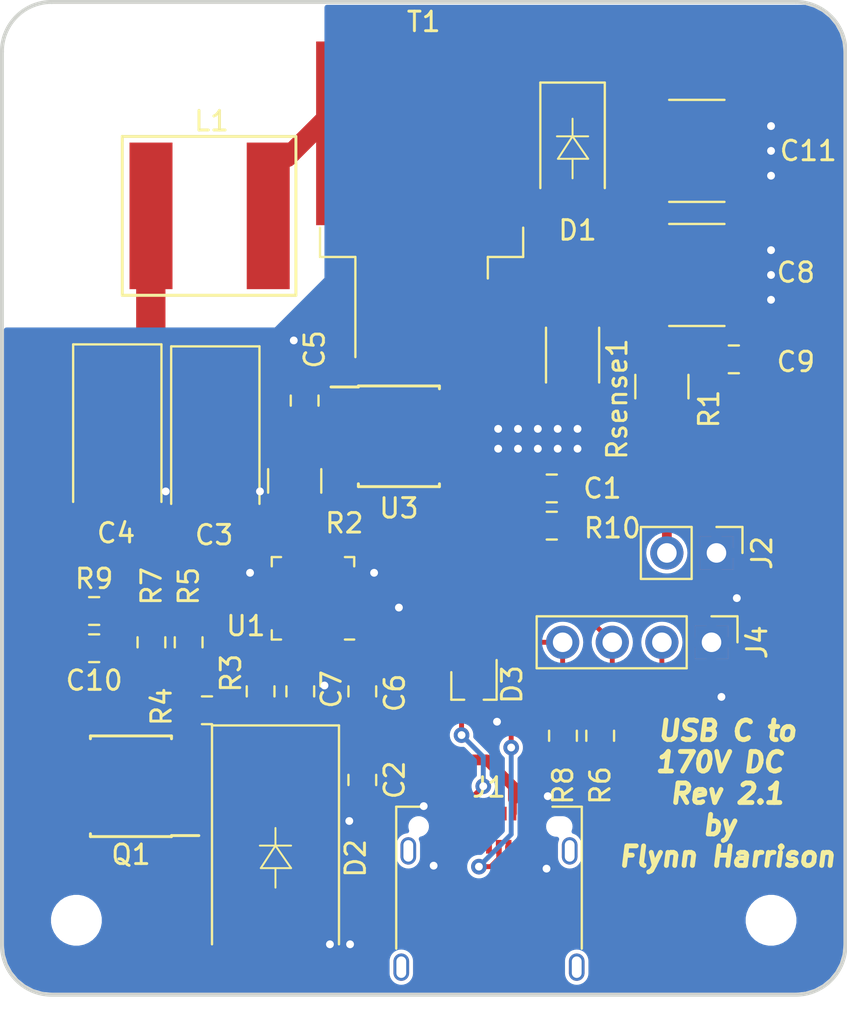
<source format=kicad_pcb>
(kicad_pcb (version 20171130) (host pcbnew "(5.0.0)")

  (general
    (thickness 1.6)
    (drawings 9)
    (tracks 293)
    (zones 0)
    (modules 36)
    (nets 43)
  )

  (page A4)
  (title_block
    (title "USB C PD test")
    (date 2018-09-06)
    (rev 1)
  )

  (layers
    (0 F.Cu signal)
    (31 B.Cu signal)
    (32 B.Adhes user)
    (33 F.Adhes user)
    (34 B.Paste user)
    (35 F.Paste user)
    (36 B.SilkS user)
    (37 F.SilkS user)
    (38 B.Mask user)
    (39 F.Mask user)
    (40 Dwgs.User user)
    (41 Cmts.User user)
    (42 Eco1.User user)
    (43 Eco2.User user)
    (44 Edge.Cuts user)
    (45 Margin user)
    (46 B.CrtYd user)
    (47 F.CrtYd user)
    (48 B.Fab user)
    (49 F.Fab user)
  )

  (setup
    (last_trace_width 0.25)
    (trace_clearance 0.2)
    (zone_clearance 0)
    (zone_45_only no)
    (trace_min 0.1)
    (segment_width 0.2)
    (edge_width 0.2)
    (via_size 0.8)
    (via_drill 0.4)
    (via_min_size 0.4)
    (via_min_drill 0.3)
    (uvia_size 0.3)
    (uvia_drill 0.1)
    (uvias_allowed no)
    (uvia_min_size 0.2)
    (uvia_min_drill 0.1)
    (pcb_text_width 0.3)
    (pcb_text_size 1.5 1.5)
    (mod_edge_width 0.15)
    (mod_text_size 1 1)
    (mod_text_width 0.15)
    (pad_size 1.5 1.5)
    (pad_drill 0.6)
    (pad_to_mask_clearance 0)
    (aux_axis_origin 0 0)
    (visible_elements 7FFFFFFF)
    (pcbplotparams
      (layerselection 0x010fc_ffffffff)
      (usegerberextensions true)
      (usegerberattributes false)
      (usegerberadvancedattributes false)
      (creategerberjobfile false)
      (excludeedgelayer true)
      (linewidth 0.100000)
      (plotframeref false)
      (viasonmask false)
      (mode 1)
      (useauxorigin false)
      (hpglpennumber 1)
      (hpglpenspeed 20)
      (hpglpendiameter 15.000000)
      (psnegative false)
      (psa4output false)
      (plotreference true)
      (plotvalue true)
      (plotinvisibletext false)
      (padsonsilk false)
      (subtractmaskfromsilk false)
      (outputformat 1)
      (mirror false)
      (drillshape 0)
      (scaleselection 1)
      (outputdirectory "newGerb/"))
  )

  (net 0 "")
  (net 1 "Net-(C1-Pad1)")
  (net 2 GND)
  (net 3 +15V)
  (net 4 "Net-(C6-Pad1)")
  (net 5 "Net-(C7-Pad1)")
  (net 6 HV+)
  (net 7 "Net-(C10-Pad1)")
  (net 8 "Net-(D1-Pad2)")
  (net 9 "Net-(D3-Pad1)")
  (net 10 "Net-(D3-Pad2)")
  (net 11 "Net-(J1-PadA2)")
  (net 12 "Net-(J1-PadA3)")
  (net 13 "Net-(J1-PadA6)")
  (net 14 "Net-(J1-PadA7)")
  (net 15 "Net-(J1-PadA10)")
  (net 16 "Net-(J1-PadA8)")
  (net 17 "Net-(J1-PadA11)")
  (net 18 "Net-(J1-PadB2)")
  (net 19 "Net-(J1-PadB3)")
  (net 20 "Net-(J1-PadB6)")
  (net 21 "Net-(J1-PadB7)")
  (net 22 "Net-(J1-PadB8)")
  (net 23 "Net-(J1-PadB10)")
  (net 24 "Net-(J1-PadB11)")
  (net 25 "Net-(R1-Pad2)")
  (net 26 "Net-(R3-Pad2)")
  (net 27 "Net-(R5-Pad2)")
  (net 28 +3V3)
  (net 29 SDA)
  (net 30 SCL)
  (net 31 "Net-(R9-Pad2)")
  (net 32 "Net-(Rsense1-Pad1)")
  (net 33 "Net-(T1-Pad1)")
  (net 34 "Net-(U1-Pad11)")
  (net 35 "Net-(U1-Pad14)")
  (net 36 "Net-(U1-Pad15)")
  (net 37 "Net-(U1-Pad17)")
  (net 38 "Net-(U1-Pad19)")
  (net 39 "Net-(U1-Pad20)")
  (net 40 Vin)
  (net 41 "Net-(R10-Pad1)")
  (net 42 "Net-(Q1-Pad4)")

  (net_class Default "This is the default net class."
    (clearance 0.2)
    (trace_width 0.25)
    (via_dia 0.8)
    (via_drill 0.4)
    (uvia_dia 0.3)
    (uvia_drill 0.1)
    (add_net +3V3)
    (add_net GND)
    (add_net HV+)
    (add_net "Net-(C1-Pad1)")
    (add_net "Net-(C10-Pad1)")
    (add_net "Net-(C6-Pad1)")
    (add_net "Net-(C7-Pad1)")
    (add_net "Net-(D1-Pad2)")
    (add_net "Net-(D3-Pad1)")
    (add_net "Net-(D3-Pad2)")
    (add_net "Net-(J1-PadA10)")
    (add_net "Net-(J1-PadA11)")
    (add_net "Net-(J1-PadA2)")
    (add_net "Net-(J1-PadA3)")
    (add_net "Net-(J1-PadA6)")
    (add_net "Net-(J1-PadA7)")
    (add_net "Net-(J1-PadA8)")
    (add_net "Net-(J1-PadB10)")
    (add_net "Net-(J1-PadB11)")
    (add_net "Net-(J1-PadB2)")
    (add_net "Net-(J1-PadB3)")
    (add_net "Net-(J1-PadB6)")
    (add_net "Net-(J1-PadB7)")
    (add_net "Net-(J1-PadB8)")
    (add_net "Net-(Q1-Pad4)")
    (add_net "Net-(R1-Pad2)")
    (add_net "Net-(R10-Pad1)")
    (add_net "Net-(R3-Pad2)")
    (add_net "Net-(R5-Pad2)")
    (add_net "Net-(R9-Pad2)")
    (add_net "Net-(Rsense1-Pad1)")
    (add_net "Net-(T1-Pad1)")
    (add_net "Net-(U1-Pad11)")
    (add_net "Net-(U1-Pad14)")
    (add_net "Net-(U1-Pad15)")
    (add_net "Net-(U1-Pad17)")
    (add_net "Net-(U1-Pad19)")
    (add_net "Net-(U1-Pad20)")
    (add_net SCL)
    (add_net SDA)
    (add_net Vin)
  )

  (net_class 15vHC ""
    (clearance 0.2)
    (trace_width 0.7)
    (via_dia 0.8)
    (via_drill 0.4)
    (uvia_dia 0.3)
    (uvia_drill 0.1)
    (add_net +15V)
  )

  (net_class 180V ""
    (clearance 0.2)
    (trace_width 0.25)
    (via_dia 0.8)
    (via_drill 0.4)
    (uvia_dia 0.3)
    (uvia_drill 0.1)
  )

  (net_class HighCurrent ""
    (clearance 0.2)
    (trace_width 0.55)
    (via_dia 0.8)
    (via_drill 0.4)
    (uvia_dia 0.3)
    (uvia_drill 0.1)
  )

  (module Diode_SMD:D_SMA (layer F.Cu) (tedit 5B913235) (tstamp 5B9E7900)
    (at 140.97 76.105 270)
    (descr "Diode SMA (DO-214AC)")
    (tags "Diode SMA (DO-214AC)")
    (path /5B93D6D7)
    (attr smd)
    (fp_text reference D1 (at 4.159 -0.254) (layer F.SilkS)
      (effects (font (size 1 1) (thickness 0.15)))
    )
    (fp_text value ES2F (at 0 2.6 270) (layer F.Fab) hide
      (effects (font (size 1 1) (thickness 0.15)))
    )
    (fp_line (start -3.4 -1.65) (end 2 -1.65) (layer F.SilkS) (width 0.12))
    (fp_line (start -3.4 1.65) (end 2 1.65) (layer F.SilkS) (width 0.12))
    (fp_line (start -0.64944 0.00102) (end 0.50118 -0.79908) (layer F.SilkS) (width 0.1))
    (fp_line (start -0.64944 0.00102) (end 0.50118 0.75032) (layer F.SilkS) (width 0.1))
    (fp_line (start 0.50118 0.75032) (end 0.50118 -0.79908) (layer F.SilkS) (width 0.1))
    (fp_line (start -0.64944 -0.79908) (end -0.64944 0.80112) (layer F.SilkS) (width 0.1))
    (fp_line (start 0.50118 0.00102) (end 1.4994 0.00102) (layer F.SilkS) (width 0.1))
    (fp_line (start -0.64944 0.00102) (end -1.55114 0.00102) (layer F.SilkS) (width 0.1))
    (fp_line (start -3.5 1.75) (end -3.5 -1.75) (layer F.CrtYd) (width 0.05))
    (fp_line (start 3.5 1.75) (end -3.5 1.75) (layer F.CrtYd) (width 0.05))
    (fp_line (start 3.5 -1.75) (end 3.5 1.75) (layer F.CrtYd) (width 0.05))
    (fp_line (start -3.5 -1.75) (end 3.5 -1.75) (layer F.CrtYd) (width 0.05))
    (fp_line (start 2.3 -1.5) (end -2.3 -1.5) (layer F.Fab) (width 0.1))
    (fp_line (start 2.3 -1.5) (end 2.3 1.5) (layer F.Fab) (width 0.1))
    (fp_line (start -2.3 1.5) (end -2.3 -1.5) (layer F.Fab) (width 0.1))
    (fp_line (start 2.3 1.5) (end -2.3 1.5) (layer F.Fab) (width 0.1))
    (fp_line (start -3.4 -1.65) (end -3.4 1.65) (layer F.SilkS) (width 0.12))
    (fp_text user %R (at 0 -2.5 270) (layer F.Fab)
      (effects (font (size 1 1) (thickness 0.15)))
    )
    (pad 2 smd rect (at 2 0 270) (size 2.5 1.8) (layers F.Cu F.Paste F.Mask)
      (net 8 "Net-(D1-Pad2)"))
    (pad 1 smd rect (at -2 0 270) (size 2.5 1.8) (layers F.Cu F.Paste F.Mask)
      (net 6 HV+))
    (model ${KISYS3DMOD}/Diode_SMD.3dshapes/D_SMA.wrl
      (at (xyz 0 0 0))
      (scale (xyz 1 1 1))
      (rotate (xyz 0 0 0))
    )
  )

  (module Diode_SMD:D_SMC_Handsoldering (layer F.Cu) (tedit 5B9131D9) (tstamp 5B9E7918)
    (at 125.762091 112.399573 270)
    (descr "Diode SMC (DO-214AB) Handsoldering")
    (tags "Diode SMC (DO-214AB) Handsoldering")
    (path /5BE6FE8C)
    (attr smd)
    (fp_text reference D2 (at 0 -4.1 270) (layer F.SilkS)
      (effects (font (size 1 1) (thickness 0.15)))
    )
    (fp_text value SM15T (at 0 4.2 270) (layer F.Fab) hide
      (effects (font (size 1 1) (thickness 0.15)))
    )
    (fp_text user %R (at 0 -1.5 270) (layer F.Fab)
      (effects (font (size 1 1) (thickness 0.15)))
    )
    (fp_line (start -6.8 3.25) (end -6.8 -3.25) (layer F.SilkS) (width 0.12))
    (fp_line (start 3.55 3.1) (end -3.55 3.1) (layer F.Fab) (width 0.1))
    (fp_line (start -3.55 3.1) (end -3.55 -3.1) (layer F.Fab) (width 0.1))
    (fp_line (start 3.55 -3.1) (end 3.55 3.1) (layer F.Fab) (width 0.1))
    (fp_line (start 3.55 -3.1) (end -3.55 -3.1) (layer F.Fab) (width 0.1))
    (fp_line (start -6.9 -3.35) (end 6.9 -3.35) (layer F.CrtYd) (width 0.05))
    (fp_line (start 6.9 -3.35) (end 6.9 3.35) (layer F.CrtYd) (width 0.05))
    (fp_line (start 6.9 3.35) (end -6.9 3.35) (layer F.CrtYd) (width 0.05))
    (fp_line (start -6.9 3.35) (end -6.9 -3.35) (layer F.CrtYd) (width 0.05))
    (fp_line (start -0.64944 0.00102) (end -1.55114 0.00102) (layer F.SilkS) (width 0.1))
    (fp_line (start 0.50118 0.00102) (end 1.4994 0.00102) (layer F.SilkS) (width 0.1))
    (fp_line (start -0.64944 -0.79908) (end -0.64944 0.80112) (layer F.SilkS) (width 0.1))
    (fp_line (start 0.50118 0.75032) (end 0.50118 -0.79908) (layer F.SilkS) (width 0.1))
    (fp_line (start -0.64944 0.00102) (end 0.50118 0.75032) (layer F.SilkS) (width 0.1))
    (fp_line (start -0.64944 0.00102) (end 0.50118 -0.79908) (layer F.SilkS) (width 0.1))
    (fp_line (start -6.8 3.25) (end 4.4 3.25) (layer F.SilkS) (width 0.12))
    (fp_line (start -6.8 -3.25) (end 4.4 -3.25) (layer F.SilkS) (width 0.12))
    (pad 1 smd rect (at -4.4 0) (size 3.3 4.5) (layers F.Cu F.Paste F.Mask)
      (net 40 Vin))
    (pad 2 smd rect (at 4.4 0) (size 3.3 4.5) (layers F.Cu F.Paste F.Mask)
      (net 2 GND))
    (model ${KISYS3DMOD}/Diode_SMD.3dshapes/D_SMC.wrl
      (at (xyz 0 0 0))
      (scale (xyz 1 1 1))
      (rotate (xyz 0 0 0))
    )
  )

  (module Connector_USB:USB_C_Receptacle_Amphenol_12401610E4-2A (layer F.Cu) (tedit 5B911EE3) (tstamp 5B9E795C)
    (at 136.692091 115.129573)
    (descr "USB TYPE C, RA RCPT PCB, SMT, https://www.amphenolcanada.com/StockAvailabilityPrice.aspx?From=&PartNum=12401610E4%7e2A")
    (tags "USB C Type-C Receptacle SMD")
    (path /5B950D81)
    (attr smd)
    (fp_text reference J1 (at 0 -6.36) (layer F.SilkS)
      (effects (font (size 1 1) (thickness 0.15)))
    )
    (fp_text value 12401610E4_2A (at 0 6.14) (layer F.Fab) hide
      (effects (font (size 1 1) (thickness 0.15)))
    )
    (fp_line (start -4.6 5.23) (end -4.6 -5.22) (layer F.Fab) (width 0.1))
    (fp_line (start -4.6 -5.22) (end 4.6 -5.22) (layer F.Fab) (width 0.1))
    (fp_line (start -4.75 -5.37) (end -3.25 -5.37) (layer F.SilkS) (width 0.12))
    (fp_line (start -4.75 -5.37) (end -4.75 1.89) (layer F.SilkS) (width 0.12))
    (fp_line (start 4.75 -5.37) (end 4.75 1.89) (layer F.SilkS) (width 0.12))
    (fp_line (start 3.25 -5.37) (end 4.75 -5.37) (layer F.SilkS) (width 0.12))
    (fp_line (start -4.6 5.23) (end 4.6 5.23) (layer F.Fab) (width 0.1))
    (fp_line (start 4.6 5.23) (end 4.6 -5.22) (layer F.Fab) (width 0.1))
    (fp_line (start -5.39 -5.87) (end 5.39 -5.87) (layer F.CrtYd) (width 0.05))
    (fp_line (start 5.39 -5.87) (end 5.39 5.73) (layer F.CrtYd) (width 0.05))
    (fp_line (start 5.39 5.73) (end -5.39 5.73) (layer F.CrtYd) (width 0.05))
    (fp_line (start -5.39 5.73) (end -5.39 -5.87) (layer F.CrtYd) (width 0.05))
    (fp_text user %R (at 0 0) (layer F.Fab)
      (effects (font (size 1 1) (thickness 0.1)))
    )
    (pad B12 smd rect (at -3 -3.32) (size 0.3 0.7) (layers F.Cu F.Paste F.Mask)
      (net 2 GND))
    (pad B11 smd rect (at -2.5 -3.32) (size 0.3 0.7) (layers F.Cu F.Paste F.Mask)
      (net 24 "Net-(J1-PadB11)"))
    (pad B10 smd rect (at -2 -3.32) (size 0.3 0.7) (layers F.Cu F.Paste F.Mask)
      (net 23 "Net-(J1-PadB10)"))
    (pad B9 smd rect (at -1.5 -3.32) (size 0.3 0.7) (layers F.Cu F.Paste F.Mask)
      (net 40 Vin))
    (pad B8 smd rect (at -1 -3.32) (size 0.3 0.7) (layers F.Cu F.Paste F.Mask)
      (net 22 "Net-(J1-PadB8)"))
    (pad B7 smd rect (at -0.5 -3.32) (size 0.3 0.7) (layers F.Cu F.Paste F.Mask)
      (net 21 "Net-(J1-PadB7)"))
    (pad B6 smd rect (at 0 -3.32) (size 0.3 0.7) (layers F.Cu F.Paste F.Mask)
      (net 20 "Net-(J1-PadB6)"))
    (pad B5 smd rect (at 0.5 -3.32) (size 0.3 0.7) (layers F.Cu F.Paste F.Mask)
      (net 9 "Net-(D3-Pad1)"))
    (pad B4 smd rect (at 1 -3.32) (size 0.3 0.7) (layers F.Cu F.Paste F.Mask)
      (net 40 Vin))
    (pad B3 smd rect (at 1.5 -3.32) (size 0.3 0.7) (layers F.Cu F.Paste F.Mask)
      (net 19 "Net-(J1-PadB3)"))
    (pad B2 smd rect (at 2 -3.32) (size 0.3 0.7) (layers F.Cu F.Paste F.Mask)
      (net 18 "Net-(J1-PadB2)"))
    (pad "" np_thru_hole circle (at -3.6 -4.36) (size 0.65 0.65) (drill 0.65) (layers *.Cu *.Mask))
    (pad "" np_thru_hole oval (at 3.6 -4.36) (size 0.95 0.65) (drill oval 0.95 0.65) (layers *.Cu *.Mask))
    (pad S1 thru_hole oval (at -4.49 2.84) (size 0.8 1.4) (drill oval 0.5 1.1) (layers *.Cu *.Mask))
    (pad S1 thru_hole oval (at 4.49 2.84) (size 0.8 1.4) (drill oval 0.5 1.1) (layers *.Cu *.Mask))
    (pad S1 thru_hole oval (at 4.13 -3.11) (size 0.8 1.4) (drill oval 0.5 1.1) (layers *.Cu *.Mask))
    (pad B1 smd rect (at 2.5 -3.32) (size 0.3 0.7) (layers F.Cu F.Paste F.Mask)
      (net 2 GND))
    (pad A11 smd rect (at 2.25 -5.02) (size 0.3 0.7) (layers F.Cu F.Paste F.Mask)
      (net 17 "Net-(J1-PadA11)"))
    (pad A8 smd rect (at 0.75 -5.02) (size 0.3 0.7) (layers F.Cu F.Paste F.Mask)
      (net 16 "Net-(J1-PadA8)"))
    (pad A9 smd rect (at 1.25 -5.02) (size 0.3 0.7) (layers F.Cu F.Paste F.Mask)
      (net 40 Vin))
    (pad A10 smd rect (at 1.75 -5.02) (size 0.3 0.7) (layers F.Cu F.Paste F.Mask)
      (net 15 "Net-(J1-PadA10)"))
    (pad A12 smd rect (at 2.75 -5.02) (size 0.3 0.7) (layers F.Cu F.Paste F.Mask)
      (net 2 GND))
    (pad A7 smd rect (at 0.25 -5.02) (size 0.3 0.7) (layers F.Cu F.Paste F.Mask)
      (net 14 "Net-(J1-PadA7)"))
    (pad A6 smd rect (at -0.25 -5.02) (size 0.3 0.7) (layers F.Cu F.Paste F.Mask)
      (net 13 "Net-(J1-PadA6)"))
    (pad A5 smd rect (at -0.75 -5.02) (size 0.3 0.7) (layers F.Cu F.Paste F.Mask)
      (net 10 "Net-(D3-Pad2)"))
    (pad A4 smd rect (at -1.25 -5.02) (size 0.3 0.7) (layers F.Cu F.Paste F.Mask)
      (net 40 Vin))
    (pad A3 smd rect (at -1.75 -5.02) (size 0.3 0.7) (layers F.Cu F.Paste F.Mask)
      (net 12 "Net-(J1-PadA3)"))
    (pad A2 smd rect (at -2.25 -5.02) (size 0.3 0.7) (layers F.Cu F.Paste F.Mask)
      (net 11 "Net-(J1-PadA2)"))
    (pad A1 smd rect (at -2.75 -5.02) (size 0.3 0.7) (layers F.Cu F.Paste F.Mask)
      (net 2 GND))
    (pad S1 thru_hole oval (at -4.13 -3.11) (size 0.8 1.4) (drill oval 0.5 1.1) (layers *.Cu *.Mask))
    (model ${KISYS3DMOD}/Connector_USB.3dshapes/USB_C_Receptacle_Amphenol_12401610E4-2A.wrl
      (at (xyz 0 0 0))
      (scale (xyz 1 1 1))
      (rotate (xyz 0 0 0))
    )
  )

  (module Capacitor_SMD:C_0805_2012Metric (layer F.Cu) (tedit 5B36C52B) (tstamp 5B9E783A)
    (at 139.9055 93.472)
    (descr "Capacitor SMD 0805 (2012 Metric), square (rectangular) end terminal, IPC_7351 nominal, (Body size source: https://docs.google.com/spreadsheets/d/1BsfQQcO9C6DZCsRaXUlFlo91Tg2WpOkGARC1WS5S8t0/edit?usp=sharing), generated with kicad-footprint-generator")
    (tags capacitor)
    (path /5B8D01D3)
    (attr smd)
    (fp_text reference C1 (at 2.5885 0) (layer F.SilkS)
      (effects (font (size 1 1) (thickness 0.15)))
    )
    (fp_text value 0.1uF (at 0 1.65) (layer F.Fab)
      (effects (font (size 1 1) (thickness 0.15)))
    )
    (fp_line (start -1 0.6) (end -1 -0.6) (layer F.Fab) (width 0.1))
    (fp_line (start -1 -0.6) (end 1 -0.6) (layer F.Fab) (width 0.1))
    (fp_line (start 1 -0.6) (end 1 0.6) (layer F.Fab) (width 0.1))
    (fp_line (start 1 0.6) (end -1 0.6) (layer F.Fab) (width 0.1))
    (fp_line (start -0.258578 -0.71) (end 0.258578 -0.71) (layer F.SilkS) (width 0.12))
    (fp_line (start -0.258578 0.71) (end 0.258578 0.71) (layer F.SilkS) (width 0.12))
    (fp_line (start -1.68 0.95) (end -1.68 -0.95) (layer F.CrtYd) (width 0.05))
    (fp_line (start -1.68 -0.95) (end 1.68 -0.95) (layer F.CrtYd) (width 0.05))
    (fp_line (start 1.68 -0.95) (end 1.68 0.95) (layer F.CrtYd) (width 0.05))
    (fp_line (start 1.68 0.95) (end -1.68 0.95) (layer F.CrtYd) (width 0.05))
    (fp_text user %R (at 0 0) (layer F.Fab)
      (effects (font (size 0.5 0.5) (thickness 0.08)))
    )
    (pad 1 smd roundrect (at -0.9375 0) (size 0.975 1.4) (layers F.Cu F.Paste F.Mask) (roundrect_rratio 0.25)
      (net 1 "Net-(C1-Pad1)"))
    (pad 2 smd roundrect (at 0.9375 0) (size 0.975 1.4) (layers F.Cu F.Paste F.Mask) (roundrect_rratio 0.25)
      (net 2 GND))
    (model ${KISYS3DMOD}/Capacitor_SMD.3dshapes/C_0805_2012Metric.wrl
      (at (xyz 0 0 0))
      (scale (xyz 1 1 1))
      (rotate (xyz 0 0 0))
    )
  )

  (module Capacitor_SMD:C_0805_2012Metric_Pad1.15x1.40mm_HandSolder (layer F.Cu) (tedit 5B911EEF) (tstamp 5B9E784B)
    (at 130.207091 108.389573 270)
    (descr "Capacitor SMD 0805 (2012 Metric), square (rectangular) end terminal, IPC_7351 nominal with elongated pad for handsoldering. (Body size source: https://docs.google.com/spreadsheets/d/1BsfQQcO9C6DZCsRaXUlFlo91Tg2WpOkGARC1WS5S8t0/edit?usp=sharing), generated with kicad-footprint-generator")
    (tags "capacitor handsolder")
    (path /5BEA3710)
    (attr smd)
    (fp_text reference C2 (at 0 -1.65 270) (layer F.SilkS)
      (effects (font (size 1 1) (thickness 0.15)))
    )
    (fp_text value 4.7uF (at 0 1.65 270) (layer F.Fab) hide
      (effects (font (size 1 1) (thickness 0.15)))
    )
    (fp_text user %R (at 0 0 270) (layer F.Fab)
      (effects (font (size 0.5 0.5) (thickness 0.08)))
    )
    (fp_line (start 1.85 0.95) (end -1.85 0.95) (layer F.CrtYd) (width 0.05))
    (fp_line (start 1.85 -0.95) (end 1.85 0.95) (layer F.CrtYd) (width 0.05))
    (fp_line (start -1.85 -0.95) (end 1.85 -0.95) (layer F.CrtYd) (width 0.05))
    (fp_line (start -1.85 0.95) (end -1.85 -0.95) (layer F.CrtYd) (width 0.05))
    (fp_line (start -0.261252 0.71) (end 0.261252 0.71) (layer F.SilkS) (width 0.12))
    (fp_line (start -0.261252 -0.71) (end 0.261252 -0.71) (layer F.SilkS) (width 0.12))
    (fp_line (start 1 0.6) (end -1 0.6) (layer F.Fab) (width 0.1))
    (fp_line (start 1 -0.6) (end 1 0.6) (layer F.Fab) (width 0.1))
    (fp_line (start -1 -0.6) (end 1 -0.6) (layer F.Fab) (width 0.1))
    (fp_line (start -1 0.6) (end -1 -0.6) (layer F.Fab) (width 0.1))
    (pad 2 smd roundrect (at 1.025 0 270) (size 1.15 1.4) (layers F.Cu F.Paste F.Mask) (roundrect_rratio 0.217391)
      (net 2 GND))
    (pad 1 smd roundrect (at -1.025 0 270) (size 1.15 1.4) (layers F.Cu F.Paste F.Mask) (roundrect_rratio 0.217391)
      (net 40 Vin))
    (model ${KISYS3DMOD}/Capacitor_SMD.3dshapes/C_0805_2012Metric.wrl
      (at (xyz 0 0 0))
      (scale (xyz 1 1 1))
      (rotate (xyz 0 0 0))
    )
  )

  (module Capacitor_Tantalum_SMD:CP_EIA-7343-30_AVX-N (layer F.Cu) (tedit 5B911F4A) (tstamp 5B9E785E)
    (at 122.682 90.6135 270)
    (descr "Tantalum Capacitor SMD AVX-N (7343-30 Metric), IPC_7351 nominal, (Body size from: http://www.kemet.com/Lists/ProductCatalog/Attachments/253/KEM_TC101_STD.pdf), generated with kicad-footprint-generator")
    (tags "capacitor tantalum")
    (path /5B8146EA)
    (attr smd)
    (fp_text reference C3 (at 5.245485 0.062107) (layer F.SilkS)
      (effects (font (size 1 1) (thickness 0.15)))
    )
    (fp_text value 10uF (at 0 3.1 270) (layer F.Fab) hide
      (effects (font (size 1 1) (thickness 0.15)))
    )
    (fp_text user %R (at 0 0 270) (layer F.Fab)
      (effects (font (size 1 1) (thickness 0.15)))
    )
    (fp_line (start 4.4 2.4) (end -4.4 2.4) (layer F.CrtYd) (width 0.05))
    (fp_line (start 4.4 -2.4) (end 4.4 2.4) (layer F.CrtYd) (width 0.05))
    (fp_line (start -4.4 -2.4) (end 4.4 -2.4) (layer F.CrtYd) (width 0.05))
    (fp_line (start -4.4 2.4) (end -4.4 -2.4) (layer F.CrtYd) (width 0.05))
    (fp_line (start -4.41 2.26) (end 3.65 2.26) (layer F.SilkS) (width 0.12))
    (fp_line (start -4.41 -2.26) (end -4.41 2.26) (layer F.SilkS) (width 0.12))
    (fp_line (start 3.65 -2.26) (end -4.41 -2.26) (layer F.SilkS) (width 0.12))
    (fp_line (start 3.65 2.15) (end 3.65 -2.15) (layer F.Fab) (width 0.1))
    (fp_line (start -3.65 2.15) (end 3.65 2.15) (layer F.Fab) (width 0.1))
    (fp_line (start -3.65 -1.15) (end -3.65 2.15) (layer F.Fab) (width 0.1))
    (fp_line (start -2.65 -2.15) (end -3.65 -1.15) (layer F.Fab) (width 0.1))
    (fp_line (start 3.65 -2.15) (end -2.65 -2.15) (layer F.Fab) (width 0.1))
    (pad 2 smd roundrect (at 3.1125 0 270) (size 2.075 2.55) (layers F.Cu F.Paste F.Mask) (roundrect_rratio 0.120482)
      (net 2 GND))
    (pad 1 smd roundrect (at -3.1125 0 270) (size 2.075 2.55) (layers F.Cu F.Paste F.Mask) (roundrect_rratio 0.120482)
      (net 3 +15V))
    (model ${KISYS3DMOD}/Capacitor_Tantalum_SMD.3dshapes/CP_EIA-7343-30_AVX-N.wrl
      (at (xyz 0 0 0))
      (scale (xyz 1 1 1))
      (rotate (xyz 0 0 0))
    )
  )

  (module Capacitor_Tantalum_SMD:CP_EIA-7343-30_AVX-N (layer F.Cu) (tedit 5B911F47) (tstamp 5B9E7871)
    (at 117.664107 90.512515 270)
    (descr "Tantalum Capacitor SMD AVX-N (7343-30 Metric), IPC_7351 nominal, (Body size from: http://www.kemet.com/Lists/ProductCatalog/Attachments/253/KEM_TC101_STD.pdf), generated with kicad-footprint-generator")
    (tags "capacitor tantalum")
    (path /5B84A42E)
    (attr smd)
    (fp_text reference C4 (at 5.245485 0.062107) (layer F.SilkS)
      (effects (font (size 1 1) (thickness 0.15)))
    )
    (fp_text value 100uf (at 0 3.1 270) (layer F.Fab) hide
      (effects (font (size 1 1) (thickness 0.15)))
    )
    (fp_line (start 3.65 -2.15) (end -2.65 -2.15) (layer F.Fab) (width 0.1))
    (fp_line (start -2.65 -2.15) (end -3.65 -1.15) (layer F.Fab) (width 0.1))
    (fp_line (start -3.65 -1.15) (end -3.65 2.15) (layer F.Fab) (width 0.1))
    (fp_line (start -3.65 2.15) (end 3.65 2.15) (layer F.Fab) (width 0.1))
    (fp_line (start 3.65 2.15) (end 3.65 -2.15) (layer F.Fab) (width 0.1))
    (fp_line (start 3.65 -2.26) (end -4.41 -2.26) (layer F.SilkS) (width 0.12))
    (fp_line (start -4.41 -2.26) (end -4.41 2.26) (layer F.SilkS) (width 0.12))
    (fp_line (start -4.41 2.26) (end 3.65 2.26) (layer F.SilkS) (width 0.12))
    (fp_line (start -4.4 2.4) (end -4.4 -2.4) (layer F.CrtYd) (width 0.05))
    (fp_line (start -4.4 -2.4) (end 4.4 -2.4) (layer F.CrtYd) (width 0.05))
    (fp_line (start 4.4 -2.4) (end 4.4 2.4) (layer F.CrtYd) (width 0.05))
    (fp_line (start 4.4 2.4) (end -4.4 2.4) (layer F.CrtYd) (width 0.05))
    (fp_text user %R (at 0 0 270) (layer F.Fab)
      (effects (font (size 1 1) (thickness 0.15)))
    )
    (pad 1 smd roundrect (at -3.1125 0 270) (size 2.075 2.55) (layers F.Cu F.Paste F.Mask) (roundrect_rratio 0.120482)
      (net 3 +15V))
    (pad 2 smd roundrect (at 3.1125 0 270) (size 2.075 2.55) (layers F.Cu F.Paste F.Mask) (roundrect_rratio 0.120482)
      (net 2 GND))
    (model ${KISYS3DMOD}/Capacitor_Tantalum_SMD.3dshapes/CP_EIA-7343-30_AVX-N.wrl
      (at (xyz 0 0 0))
      (scale (xyz 1 1 1))
      (rotate (xyz 0 0 0))
    )
  )

  (module Capacitor_SMD:C_0805_2012Metric (layer F.Cu) (tedit 5B911F93) (tstamp 5B9E7882)
    (at 127.254 88.9785 90)
    (descr "Capacitor SMD 0805 (2012 Metric), square (rectangular) end terminal, IPC_7351 nominal, (Body size source: https://docs.google.com/spreadsheets/d/1BsfQQcO9C6DZCsRaXUlFlo91Tg2WpOkGARC1WS5S8t0/edit?usp=sharing), generated with kicad-footprint-generator")
    (tags capacitor)
    (path /5B80DE1B)
    (attr smd)
    (fp_text reference C5 (at 2.6185 0.508 90) (layer F.SilkS)
      (effects (font (size 1 1) (thickness 0.15)))
    )
    (fp_text value 0.1uF (at 0 1.65 90) (layer F.Fab) hide
      (effects (font (size 1 1) (thickness 0.15)))
    )
    (fp_text user %R (at 0 0 90) (layer F.Fab)
      (effects (font (size 0.5 0.5) (thickness 0.08)))
    )
    (fp_line (start 1.68 0.95) (end -1.68 0.95) (layer F.CrtYd) (width 0.05))
    (fp_line (start 1.68 -0.95) (end 1.68 0.95) (layer F.CrtYd) (width 0.05))
    (fp_line (start -1.68 -0.95) (end 1.68 -0.95) (layer F.CrtYd) (width 0.05))
    (fp_line (start -1.68 0.95) (end -1.68 -0.95) (layer F.CrtYd) (width 0.05))
    (fp_line (start -0.258578 0.71) (end 0.258578 0.71) (layer F.SilkS) (width 0.12))
    (fp_line (start -0.258578 -0.71) (end 0.258578 -0.71) (layer F.SilkS) (width 0.12))
    (fp_line (start 1 0.6) (end -1 0.6) (layer F.Fab) (width 0.1))
    (fp_line (start 1 -0.6) (end 1 0.6) (layer F.Fab) (width 0.1))
    (fp_line (start -1 -0.6) (end 1 -0.6) (layer F.Fab) (width 0.1))
    (fp_line (start -1 0.6) (end -1 -0.6) (layer F.Fab) (width 0.1))
    (pad 2 smd roundrect (at 0.9375 0 90) (size 0.975 1.4) (layers F.Cu F.Paste F.Mask) (roundrect_rratio 0.25)
      (net 2 GND))
    (pad 1 smd roundrect (at -0.9375 0 90) (size 0.975 1.4) (layers F.Cu F.Paste F.Mask) (roundrect_rratio 0.25)
      (net 3 +15V))
    (model ${KISYS3DMOD}/Capacitor_SMD.3dshapes/C_0805_2012Metric.wrl
      (at (xyz 0 0 0))
      (scale (xyz 1 1 1))
      (rotate (xyz 0 0 0))
    )
  )

  (module Capacitor_SMD:C_0805_2012Metric (layer F.Cu) (tedit 5B911F54) (tstamp 5B9E7893)
    (at 130.207091 103.857073 270)
    (descr "Capacitor SMD 0805 (2012 Metric), square (rectangular) end terminal, IPC_7351 nominal, (Body size source: https://docs.google.com/spreadsheets/d/1BsfQQcO9C6DZCsRaXUlFlo91Tg2WpOkGARC1WS5S8t0/edit?usp=sharing), generated with kicad-footprint-generator")
    (tags capacitor)
    (path /5BBDEC22)
    (attr smd)
    (fp_text reference C6 (at 0.083001 -1.655153 270) (layer F.SilkS)
      (effects (font (size 1 1) (thickness 0.15)))
    )
    (fp_text value 1uF (at 0.3325 1.27 270) (layer F.Fab) hide
      (effects (font (size 1 1) (thickness 0.15)))
    )
    (fp_line (start -1 0.6) (end -1 -0.6) (layer F.Fab) (width 0.1))
    (fp_line (start -1 -0.6) (end 1 -0.6) (layer F.Fab) (width 0.1))
    (fp_line (start 1 -0.6) (end 1 0.6) (layer F.Fab) (width 0.1))
    (fp_line (start 1 0.6) (end -1 0.6) (layer F.Fab) (width 0.1))
    (fp_line (start -0.258578 -0.71) (end 0.258578 -0.71) (layer F.SilkS) (width 0.12))
    (fp_line (start -0.258578 0.71) (end 0.258578 0.71) (layer F.SilkS) (width 0.12))
    (fp_line (start -1.68 0.95) (end -1.68 -0.95) (layer F.CrtYd) (width 0.05))
    (fp_line (start -1.68 -0.95) (end 1.68 -0.95) (layer F.CrtYd) (width 0.05))
    (fp_line (start 1.68 -0.95) (end 1.68 0.95) (layer F.CrtYd) (width 0.05))
    (fp_line (start 1.68 0.95) (end -1.68 0.95) (layer F.CrtYd) (width 0.05))
    (fp_text user %R (at 0 0 270) (layer F.Fab)
      (effects (font (size 0.5 0.5) (thickness 0.08)))
    )
    (pad 1 smd roundrect (at -0.9375 0 270) (size 0.975 1.4) (layers F.Cu F.Paste F.Mask) (roundrect_rratio 0.25)
      (net 4 "Net-(C6-Pad1)"))
    (pad 2 smd roundrect (at 0.9375 0 270) (size 0.975 1.4) (layers F.Cu F.Paste F.Mask) (roundrect_rratio 0.25)
      (net 2 GND))
    (model ${KISYS3DMOD}/Capacitor_SMD.3dshapes/C_0805_2012Metric.wrl
      (at (xyz 0 0 0))
      (scale (xyz 1 1 1))
      (rotate (xyz 0 0 0))
    )
  )

  (module Capacitor_SMD:C_0805_2012Metric (layer F.Cu) (tedit 5B911F51) (tstamp 5B9E78A4)
    (at 127.032091 103.857073 270)
    (descr "Capacitor SMD 0805 (2012 Metric), square (rectangular) end terminal, IPC_7351 nominal, (Body size source: https://docs.google.com/spreadsheets/d/1BsfQQcO9C6DZCsRaXUlFlo91Tg2WpOkGARC1WS5S8t0/edit?usp=sharing), generated with kicad-footprint-generator")
    (tags capacitor)
    (path /5BBDECCC)
    (attr smd)
    (fp_text reference C7 (at -0.107499 -1.591653 270) (layer F.SilkS)
      (effects (font (size 1 1) (thickness 0.15)))
    )
    (fp_text value 1uF (at 0 1.65 270) (layer F.Fab) hide
      (effects (font (size 1 1) (thickness 0.15)))
    )
    (fp_text user %R (at 0 0 270) (layer F.Fab)
      (effects (font (size 0.5 0.5) (thickness 0.08)))
    )
    (fp_line (start 1.68 0.95) (end -1.68 0.95) (layer F.CrtYd) (width 0.05))
    (fp_line (start 1.68 -0.95) (end 1.68 0.95) (layer F.CrtYd) (width 0.05))
    (fp_line (start -1.68 -0.95) (end 1.68 -0.95) (layer F.CrtYd) (width 0.05))
    (fp_line (start -1.68 0.95) (end -1.68 -0.95) (layer F.CrtYd) (width 0.05))
    (fp_line (start -0.258578 0.71) (end 0.258578 0.71) (layer F.SilkS) (width 0.12))
    (fp_line (start -0.258578 -0.71) (end 0.258578 -0.71) (layer F.SilkS) (width 0.12))
    (fp_line (start 1 0.6) (end -1 0.6) (layer F.Fab) (width 0.1))
    (fp_line (start 1 -0.6) (end 1 0.6) (layer F.Fab) (width 0.1))
    (fp_line (start -1 -0.6) (end 1 -0.6) (layer F.Fab) (width 0.1))
    (fp_line (start -1 0.6) (end -1 -0.6) (layer F.Fab) (width 0.1))
    (pad 2 smd roundrect (at 0.9375 0 270) (size 0.975 1.4) (layers F.Cu F.Paste F.Mask) (roundrect_rratio 0.25)
      (net 2 GND))
    (pad 1 smd roundrect (at -0.9375 0 270) (size 0.975 1.4) (layers F.Cu F.Paste F.Mask) (roundrect_rratio 0.25)
      (net 5 "Net-(C7-Pad1)"))
    (model ${KISYS3DMOD}/Capacitor_SMD.3dshapes/C_0805_2012Metric.wrl
      (at (xyz 0 0 0))
      (scale (xyz 1 1 1))
      (rotate (xyz 0 0 0))
    )
  )

  (module Capacitor_SMD:C_2220_5650Metric (layer F.Cu) (tedit 5B911F68) (tstamp 5B9E78B5)
    (at 147.33 82.55)
    (descr "Capacitor SMD 2220 (5650 Metric), square (rectangular) end terminal, IPC_7351 nominal, (Body size from: http://datasheets.avx.com/AVX-HV_MLCC.pdf), generated with kicad-footprint-generator")
    (tags capacitor)
    (path /5B8382D9)
    (attr smd)
    (fp_text reference C8 (at 5.07 -0.127) (layer F.SilkS)
      (effects (font (size 1 1) (thickness 0.15)))
    )
    (fp_text value 2.2uF (at 0 3.65) (layer F.Fab) hide
      (effects (font (size 1 1) (thickness 0.15)))
    )
    (fp_line (start -2.85 2.5) (end -2.85 -2.5) (layer F.Fab) (width 0.1))
    (fp_line (start -2.85 -2.5) (end 2.85 -2.5) (layer F.Fab) (width 0.1))
    (fp_line (start 2.85 -2.5) (end 2.85 2.5) (layer F.Fab) (width 0.1))
    (fp_line (start 2.85 2.5) (end -2.85 2.5) (layer F.Fab) (width 0.1))
    (fp_line (start -1.415748 -2.61) (end 1.415748 -2.61) (layer F.SilkS) (width 0.12))
    (fp_line (start -1.415748 2.61) (end 1.415748 2.61) (layer F.SilkS) (width 0.12))
    (fp_line (start -3.7 2.95) (end -3.7 -2.95) (layer F.CrtYd) (width 0.05))
    (fp_line (start -3.7 -2.95) (end 3.7 -2.95) (layer F.CrtYd) (width 0.05))
    (fp_line (start 3.7 -2.95) (end 3.7 2.95) (layer F.CrtYd) (width 0.05))
    (fp_line (start 3.7 2.95) (end -3.7 2.95) (layer F.CrtYd) (width 0.05))
    (fp_text user %R (at 0 0) (layer F.Fab)
      (effects (font (size 1 1) (thickness 0.15)))
    )
    (pad 1 smd roundrect (at -2.55 0) (size 1.8 5.4) (layers F.Cu F.Paste F.Mask) (roundrect_rratio 0.138889)
      (net 6 HV+))
    (pad 2 smd roundrect (at 2.55 0) (size 1.8 5.4) (layers F.Cu F.Paste F.Mask) (roundrect_rratio 0.138889)
      (net 2 GND))
    (model ${KISYS3DMOD}/Capacitor_SMD.3dshapes/C_2220_5650Metric.wrl
      (at (xyz 0 0 0))
      (scale (xyz 1 1 1))
      (rotate (xyz 0 0 0))
    )
  )

  (module Capacitor_SMD:C_0805_2012Metric (layer F.Cu) (tedit 5B911F65) (tstamp 5B9E78C6)
    (at 149.225 86.868)
    (descr "Capacitor SMD 0805 (2012 Metric), square (rectangular) end terminal, IPC_7351 nominal, (Body size source: https://docs.google.com/spreadsheets/d/1BsfQQcO9C6DZCsRaXUlFlo91Tg2WpOkGARC1WS5S8t0/edit?usp=sharing), generated with kicad-footprint-generator")
    (tags capacitor)
    (path /5B84A6EF)
    (attr smd)
    (fp_text reference C9 (at 3.175 0.127) (layer F.SilkS)
      (effects (font (size 1 1) (thickness 0.15)))
    )
    (fp_text value 0.1uF (at 0 1.65) (layer F.Fab) hide
      (effects (font (size 1 1) (thickness 0.15)))
    )
    (fp_text user %R (at 0 0) (layer F.Fab)
      (effects (font (size 0.5 0.5) (thickness 0.08)))
    )
    (fp_line (start 1.68 0.95) (end -1.68 0.95) (layer F.CrtYd) (width 0.05))
    (fp_line (start 1.68 -0.95) (end 1.68 0.95) (layer F.CrtYd) (width 0.05))
    (fp_line (start -1.68 -0.95) (end 1.68 -0.95) (layer F.CrtYd) (width 0.05))
    (fp_line (start -1.68 0.95) (end -1.68 -0.95) (layer F.CrtYd) (width 0.05))
    (fp_line (start -0.258578 0.71) (end 0.258578 0.71) (layer F.SilkS) (width 0.12))
    (fp_line (start -0.258578 -0.71) (end 0.258578 -0.71) (layer F.SilkS) (width 0.12))
    (fp_line (start 1 0.6) (end -1 0.6) (layer F.Fab) (width 0.1))
    (fp_line (start 1 -0.6) (end 1 0.6) (layer F.Fab) (width 0.1))
    (fp_line (start -1 -0.6) (end 1 -0.6) (layer F.Fab) (width 0.1))
    (fp_line (start -1 0.6) (end -1 -0.6) (layer F.Fab) (width 0.1))
    (pad 2 smd roundrect (at 0.9375 0) (size 0.975 1.4) (layers F.Cu F.Paste F.Mask) (roundrect_rratio 0.25)
      (net 2 GND))
    (pad 1 smd roundrect (at -0.9375 0) (size 0.975 1.4) (layers F.Cu F.Paste F.Mask) (roundrect_rratio 0.25)
      (net 6 HV+))
    (model ${KISYS3DMOD}/Capacitor_SMD.3dshapes/C_0805_2012Metric.wrl
      (at (xyz 0 0 0))
      (scale (xyz 1 1 1))
      (rotate (xyz 0 0 0))
    )
  )

  (module Capacitor_SMD:C_0805_2012Metric (layer F.Cu) (tedit 5B911F0C) (tstamp 5B9E78D7)
    (at 116.479591 101.649573 180)
    (descr "Capacitor SMD 0805 (2012 Metric), square (rectangular) end terminal, IPC_7351 nominal, (Body size source: https://docs.google.com/spreadsheets/d/1BsfQQcO9C6DZCsRaXUlFlo91Tg2WpOkGARC1WS5S8t0/edit?usp=sharing), generated with kicad-footprint-generator")
    (tags capacitor)
    (path /5BD6D6E1)
    (attr smd)
    (fp_text reference C10 (at 0 -1.65 180) (layer F.SilkS)
      (effects (font (size 1 1) (thickness 0.15)))
    )
    (fp_text value 0.1uF (at 0 1.65 180) (layer F.Fab) hide
      (effects (font (size 1 1) (thickness 0.15)))
    )
    (fp_text user %R (at 0 0 180) (layer F.Fab)
      (effects (font (size 0.5 0.5) (thickness 0.08)))
    )
    (fp_line (start 1.68 0.95) (end -1.68 0.95) (layer F.CrtYd) (width 0.05))
    (fp_line (start 1.68 -0.95) (end 1.68 0.95) (layer F.CrtYd) (width 0.05))
    (fp_line (start -1.68 -0.95) (end 1.68 -0.95) (layer F.CrtYd) (width 0.05))
    (fp_line (start -1.68 0.95) (end -1.68 -0.95) (layer F.CrtYd) (width 0.05))
    (fp_line (start -0.258578 0.71) (end 0.258578 0.71) (layer F.SilkS) (width 0.12))
    (fp_line (start -0.258578 -0.71) (end 0.258578 -0.71) (layer F.SilkS) (width 0.12))
    (fp_line (start 1 0.6) (end -1 0.6) (layer F.Fab) (width 0.1))
    (fp_line (start 1 -0.6) (end 1 0.6) (layer F.Fab) (width 0.1))
    (fp_line (start -1 -0.6) (end 1 -0.6) (layer F.Fab) (width 0.1))
    (fp_line (start -1 0.6) (end -1 -0.6) (layer F.Fab) (width 0.1))
    (pad 2 smd roundrect (at 0.9375 0 180) (size 0.975 1.4) (layers F.Cu F.Paste F.Mask) (roundrect_rratio 0.25)
      (net 3 +15V))
    (pad 1 smd roundrect (at -0.9375 0 180) (size 0.975 1.4) (layers F.Cu F.Paste F.Mask) (roundrect_rratio 0.25)
      (net 7 "Net-(C10-Pad1)"))
    (model ${KISYS3DMOD}/Capacitor_SMD.3dshapes/C_0805_2012Metric.wrl
      (at (xyz 0 0 0))
      (scale (xyz 1 1 1))
      (rotate (xyz 0 0 0))
    )
  )

  (module Capacitor_SMD:C_2220_5650Metric (layer F.Cu) (tedit 5B911F6E) (tstamp 5B9E78E8)
    (at 147.33 76.2)
    (descr "Capacitor SMD 2220 (5650 Metric), square (rectangular) end terminal, IPC_7351 nominal, (Body size from: http://datasheets.avx.com/AVX-HV_MLCC.pdf), generated with kicad-footprint-generator")
    (tags capacitor)
    (path /5B917CD5)
    (attr smd)
    (fp_text reference C11 (at 5.705 0) (layer F.SilkS)
      (effects (font (size 1 1) (thickness 0.15)))
    )
    (fp_text value 2.2uF (at 0 3.65) (layer F.Fab) hide
      (effects (font (size 1 1) (thickness 0.15)))
    )
    (fp_text user %R (at 0 0) (layer F.Fab)
      (effects (font (size 1 1) (thickness 0.15)))
    )
    (fp_line (start 3.7 2.95) (end -3.7 2.95) (layer F.CrtYd) (width 0.05))
    (fp_line (start 3.7 -2.95) (end 3.7 2.95) (layer F.CrtYd) (width 0.05))
    (fp_line (start -3.7 -2.95) (end 3.7 -2.95) (layer F.CrtYd) (width 0.05))
    (fp_line (start -3.7 2.95) (end -3.7 -2.95) (layer F.CrtYd) (width 0.05))
    (fp_line (start -1.415748 2.61) (end 1.415748 2.61) (layer F.SilkS) (width 0.12))
    (fp_line (start -1.415748 -2.61) (end 1.415748 -2.61) (layer F.SilkS) (width 0.12))
    (fp_line (start 2.85 2.5) (end -2.85 2.5) (layer F.Fab) (width 0.1))
    (fp_line (start 2.85 -2.5) (end 2.85 2.5) (layer F.Fab) (width 0.1))
    (fp_line (start -2.85 -2.5) (end 2.85 -2.5) (layer F.Fab) (width 0.1))
    (fp_line (start -2.85 2.5) (end -2.85 -2.5) (layer F.Fab) (width 0.1))
    (pad 2 smd roundrect (at 2.55 0) (size 1.8 5.4) (layers F.Cu F.Paste F.Mask) (roundrect_rratio 0.138889)
      (net 2 GND))
    (pad 1 smd roundrect (at -2.55 0) (size 1.8 5.4) (layers F.Cu F.Paste F.Mask) (roundrect_rratio 0.138889)
      (net 6 HV+))
    (model ${KISYS3DMOD}/Capacitor_SMD.3dshapes/C_2220_5650Metric.wrl
      (at (xyz 0 0 0))
      (scale (xyz 1 1 1))
      (rotate (xyz 0 0 0))
    )
  )

  (module Package_TO_SOT_SMD:SOT-323_SC-70 (layer F.Cu) (tedit 5B911F1F) (tstamp 5B9E792D)
    (at 135.922091 103.554573 270)
    (descr "SOT-323, SC-70")
    (tags "SOT-323 SC-70")
    (path /5BB20F5C)
    (attr smd)
    (fp_text reference D3 (at -0.05 -1.95 270) (layer F.SilkS)
      (effects (font (size 1 1) (thickness 0.15)))
    )
    (fp_text value ESDA25W (at -0.05 2.05 270) (layer F.Fab) hide
      (effects (font (size 1 1) (thickness 0.15)))
    )
    (fp_line (start -0.18 -1.1) (end -0.68 -0.6) (layer F.Fab) (width 0.1))
    (fp_line (start 0.67 1.1) (end -0.68 1.1) (layer F.Fab) (width 0.1))
    (fp_line (start 0.67 -1.1) (end 0.67 1.1) (layer F.Fab) (width 0.1))
    (fp_line (start -0.68 -0.6) (end -0.68 1.1) (layer F.Fab) (width 0.1))
    (fp_line (start 0.67 -1.1) (end -0.18 -1.1) (layer F.Fab) (width 0.1))
    (fp_line (start -0.68 1.16) (end 0.73 1.16) (layer F.SilkS) (width 0.12))
    (fp_line (start 0.73 -1.16) (end -1.3 -1.16) (layer F.SilkS) (width 0.12))
    (fp_line (start -1.7 1.3) (end -1.7 -1.3) (layer F.CrtYd) (width 0.05))
    (fp_line (start -1.7 -1.3) (end 1.7 -1.3) (layer F.CrtYd) (width 0.05))
    (fp_line (start 1.7 -1.3) (end 1.7 1.3) (layer F.CrtYd) (width 0.05))
    (fp_line (start 1.7 1.3) (end -1.7 1.3) (layer F.CrtYd) (width 0.05))
    (fp_line (start 0.73 -1.16) (end 0.73 -0.5) (layer F.SilkS) (width 0.12))
    (fp_line (start 0.73 0.5) (end 0.73 1.16) (layer F.SilkS) (width 0.12))
    (fp_text user %R (at 0 0) (layer F.Fab)
      (effects (font (size 0.5 0.5) (thickness 0.075)))
    )
    (pad 3 smd rect (at 1 0 180) (size 0.45 0.7) (layers F.Cu F.Paste F.Mask)
      (net 2 GND))
    (pad 2 smd rect (at -1 0.65 180) (size 0.45 0.7) (layers F.Cu F.Paste F.Mask)
      (net 10 "Net-(D3-Pad2)"))
    (pad 1 smd rect (at -1 -0.65 180) (size 0.45 0.7) (layers F.Cu F.Paste F.Mask)
      (net 9 "Net-(D3-Pad1)"))
    (model ${KISYS3DMOD}/Package_TO_SOT_SMD.3dshapes/SOT-323_SC-70.wrl
      (at (xyz 0 0 0))
      (scale (xyz 1 1 1))
      (rotate (xyz 0 0 0))
    )
  )

  (module "Inductor_SMD:ASPI-8040S-101M-TCT-ND SMD" (layer F.Cu) (tedit 5B7E97C6) (tstamp 5B9E796A)
    (at 122.490107 79.526015)
    (path /5B81F78C)
    (fp_text reference L1 (at 0 -4.850015) (layer F.SilkS)
      (effects (font (size 1 1) (thickness 0.15)))
    )
    (fp_text value 100uH (at 0 -5.334) (layer F.Fab) hide
      (effects (font (size 1 1) (thickness 0.15)))
    )
    (fp_line (start -4.572 4.064) (end -4.572 -3.81) (layer F.SilkS) (width 0.15))
    (fp_line (start -4.572 -4.064) (end -4.572 -3.81) (layer F.SilkS) (width 0.15))
    (fp_line (start -4.572 -3.81) (end -4.572 -4.064) (layer F.SilkS) (width 0.15))
    (fp_line (start -4.572 -4.064) (end 4.318 -4.064) (layer F.SilkS) (width 0.15))
    (fp_line (start 4.318 -4.064) (end 4.318 4.064) (layer F.SilkS) (width 0.15))
    (fp_line (start 4.318 4.064) (end -4.572 4.064) (layer F.SilkS) (width 0.15))
    (fp_line (start -4.572 4.064) (end 4.318 4.064) (layer F.SilkS) (width 0.15))
    (fp_line (start 4.318 4.064) (end 4.064 4.064) (layer F.SilkS) (width 0.15))
    (pad 1 smd rect (at -4.2 0) (size 2.2 7.5) (drill (offset 1.1 0)) (layers F.Cu F.Paste F.Mask)
      (net 3 +15V))
    (pad 2 smd rect (at 1.8 0) (size 2.2 7.5) (drill (offset 1.1 0)) (layers F.Cu F.Paste F.Mask)
      (net 8 "Net-(D1-Pad2)"))
  )

  (module Resistor_SMD:R_1210_3225Metric (layer F.Cu) (tedit 5B911F62) (tstamp 5B9E7998)
    (at 145.542 88.262 270)
    (descr "Resistor SMD 1210 (3225 Metric), square (rectangular) end terminal, IPC_7351 nominal, (Body size source: http://www.tortai-tech.com/upload/download/2011102023233369053.pdf), generated with kicad-footprint-generator")
    (tags resistor)
    (path /5B81FA81)
    (attr smd)
    (fp_text reference R1 (at 1.146 -2.413 270) (layer F.SilkS)
      (effects (font (size 1 1) (thickness 0.15)))
    )
    (fp_text value 1M5 (at 0 2.28 270) (layer F.Fab) hide
      (effects (font (size 1 1) (thickness 0.15)))
    )
    (fp_line (start -1.6 1.25) (end -1.6 -1.25) (layer F.Fab) (width 0.1))
    (fp_line (start -1.6 -1.25) (end 1.6 -1.25) (layer F.Fab) (width 0.1))
    (fp_line (start 1.6 -1.25) (end 1.6 1.25) (layer F.Fab) (width 0.1))
    (fp_line (start 1.6 1.25) (end -1.6 1.25) (layer F.Fab) (width 0.1))
    (fp_line (start -0.602064 -1.36) (end 0.602064 -1.36) (layer F.SilkS) (width 0.12))
    (fp_line (start -0.602064 1.36) (end 0.602064 1.36) (layer F.SilkS) (width 0.12))
    (fp_line (start -2.28 1.58) (end -2.28 -1.58) (layer F.CrtYd) (width 0.05))
    (fp_line (start -2.28 -1.58) (end 2.28 -1.58) (layer F.CrtYd) (width 0.05))
    (fp_line (start 2.28 -1.58) (end 2.28 1.58) (layer F.CrtYd) (width 0.05))
    (fp_line (start 2.28 1.58) (end -2.28 1.58) (layer F.CrtYd) (width 0.05))
    (fp_text user %R (at 0 0 270) (layer F.Fab)
      (effects (font (size 0.8 0.8) (thickness 0.12)))
    )
    (pad 1 smd roundrect (at -1.4 0 270) (size 1.25 2.65) (layers F.Cu F.Paste F.Mask) (roundrect_rratio 0.2)
      (net 6 HV+))
    (pad 2 smd roundrect (at 1.4 0 270) (size 1.25 2.65) (layers F.Cu F.Paste F.Mask) (roundrect_rratio 0.2)
      (net 25 "Net-(R1-Pad2)"))
    (model ${KISYS3DMOD}/Resistor_SMD.3dshapes/R_1210_3225Metric.wrl
      (at (xyz 0 0 0))
      (scale (xyz 1 1 1))
      (rotate (xyz 0 0 0))
    )
  )

  (module Resistor_SMD:R_1210_3225Metric (layer F.Cu) (tedit 5B911F98) (tstamp 5B9E79A9)
    (at 126.746 93.088 270)
    (descr "Resistor SMD 1210 (3225 Metric), square (rectangular) end terminal, IPC_7351 nominal, (Body size source: http://www.tortai-tech.com/upload/download/2011102023233369053.pdf), generated with kicad-footprint-generator")
    (tags resistor)
    (path /5B81FB89)
    (attr smd)
    (fp_text reference R2 (at 2.162 -2.54) (layer F.SilkS)
      (effects (font (size 1 1) (thickness 0.15)))
    )
    (fp_text value 12.7k (at 0 2.28 270) (layer F.Fab) hide
      (effects (font (size 1 1) (thickness 0.15)))
    )
    (fp_text user %R (at 0 0 270) (layer F.Fab)
      (effects (font (size 0.8 0.8) (thickness 0.12)))
    )
    (fp_line (start 2.28 1.58) (end -2.28 1.58) (layer F.CrtYd) (width 0.05))
    (fp_line (start 2.28 -1.58) (end 2.28 1.58) (layer F.CrtYd) (width 0.05))
    (fp_line (start -2.28 -1.58) (end 2.28 -1.58) (layer F.CrtYd) (width 0.05))
    (fp_line (start -2.28 1.58) (end -2.28 -1.58) (layer F.CrtYd) (width 0.05))
    (fp_line (start -0.602064 1.36) (end 0.602064 1.36) (layer F.SilkS) (width 0.12))
    (fp_line (start -0.602064 -1.36) (end 0.602064 -1.36) (layer F.SilkS) (width 0.12))
    (fp_line (start 1.6 1.25) (end -1.6 1.25) (layer F.Fab) (width 0.1))
    (fp_line (start 1.6 -1.25) (end 1.6 1.25) (layer F.Fab) (width 0.1))
    (fp_line (start -1.6 -1.25) (end 1.6 -1.25) (layer F.Fab) (width 0.1))
    (fp_line (start -1.6 1.25) (end -1.6 -1.25) (layer F.Fab) (width 0.1))
    (pad 2 smd roundrect (at 1.4 0 270) (size 1.25 2.65) (layers F.Cu F.Paste F.Mask) (roundrect_rratio 0.2)
      (net 2 GND))
    (pad 1 smd roundrect (at -1.4 0 270) (size 1.25 2.65) (layers F.Cu F.Paste F.Mask) (roundrect_rratio 0.2)
      (net 25 "Net-(R1-Pad2)"))
    (model ${KISYS3DMOD}/Resistor_SMD.3dshapes/R_1210_3225Metric.wrl
      (at (xyz 0 0 0))
      (scale (xyz 1 1 1))
      (rotate (xyz 0 0 0))
    )
  )

  (module Resistor_SMD:R_0805_2012Metric (layer F.Cu) (tedit 5B911F4E) (tstamp 5B9E79BA)
    (at 125.000091 103.857073 90)
    (descr "Resistor SMD 0805 (2012 Metric), square (rectangular) end terminal, IPC_7351 nominal, (Body size source: https://docs.google.com/spreadsheets/d/1BsfQQcO9C6DZCsRaXUlFlo91Tg2WpOkGARC1WS5S8t0/edit?usp=sharing), generated with kicad-footprint-generator")
    (tags resistor)
    (path /5BB666ED)
    (attr smd)
    (fp_text reference R3 (at 0.932999 -1.519847 90) (layer F.SilkS)
      (effects (font (size 1 1) (thickness 0.15)))
    )
    (fp_text value 1K (at 0 1.65 90) (layer F.Fab) hide
      (effects (font (size 1 1) (thickness 0.15)))
    )
    (fp_line (start -1 0.6) (end -1 -0.6) (layer F.Fab) (width 0.1))
    (fp_line (start -1 -0.6) (end 1 -0.6) (layer F.Fab) (width 0.1))
    (fp_line (start 1 -0.6) (end 1 0.6) (layer F.Fab) (width 0.1))
    (fp_line (start 1 0.6) (end -1 0.6) (layer F.Fab) (width 0.1))
    (fp_line (start -0.258578 -0.71) (end 0.258578 -0.71) (layer F.SilkS) (width 0.12))
    (fp_line (start -0.258578 0.71) (end 0.258578 0.71) (layer F.SilkS) (width 0.12))
    (fp_line (start -1.68 0.95) (end -1.68 -0.95) (layer F.CrtYd) (width 0.05))
    (fp_line (start -1.68 -0.95) (end 1.68 -0.95) (layer F.CrtYd) (width 0.05))
    (fp_line (start 1.68 -0.95) (end 1.68 0.95) (layer F.CrtYd) (width 0.05))
    (fp_line (start 1.68 0.95) (end -1.68 0.95) (layer F.CrtYd) (width 0.05))
    (fp_text user %R (at 0 0 90) (layer F.Fab)
      (effects (font (size 0.5 0.5) (thickness 0.08)))
    )
    (pad 1 smd roundrect (at -0.9375 0 90) (size 0.975 1.4) (layers F.Cu F.Paste F.Mask) (roundrect_rratio 0.25)
      (net 40 Vin))
    (pad 2 smd roundrect (at 0.9375 0 90) (size 0.975 1.4) (layers F.Cu F.Paste F.Mask) (roundrect_rratio 0.25)
      (net 26 "Net-(R3-Pad2)"))
    (model ${KISYS3DMOD}/Resistor_SMD.3dshapes/R_0805_2012Metric.wrl
      (at (xyz 0 0 0))
      (scale (xyz 1 1 1))
      (rotate (xyz 0 0 0))
    )
  )

  (module Resistor_SMD:R_0805_2012Metric (layer F.Cu) (tedit 5B911EFE) (tstamp 5B9E79CB)
    (at 122.254591 104.824573 180)
    (descr "Resistor SMD 0805 (2012 Metric), square (rectangular) end terminal, IPC_7351 nominal, (Body size source: https://docs.google.com/spreadsheets/d/1BsfQQcO9C6DZCsRaXUlFlo91Tg2WpOkGARC1WS5S8t0/edit?usp=sharing), generated with kicad-footprint-generator")
    (tags resistor)
    (path /5BCD0F67)
    (attr smd)
    (fp_text reference R4 (at 2.330347 0.185999 270) (layer F.SilkS)
      (effects (font (size 1 1) (thickness 0.15)))
    )
    (fp_text value 100K (at 0 1.65 180) (layer F.Fab) hide
      (effects (font (size 1 1) (thickness 0.15)))
    )
    (fp_line (start -1 0.6) (end -1 -0.6) (layer F.Fab) (width 0.1))
    (fp_line (start -1 -0.6) (end 1 -0.6) (layer F.Fab) (width 0.1))
    (fp_line (start 1 -0.6) (end 1 0.6) (layer F.Fab) (width 0.1))
    (fp_line (start 1 0.6) (end -1 0.6) (layer F.Fab) (width 0.1))
    (fp_line (start -0.258578 -0.71) (end 0.258578 -0.71) (layer F.SilkS) (width 0.12))
    (fp_line (start -0.258578 0.71) (end 0.258578 0.71) (layer F.SilkS) (width 0.12))
    (fp_line (start -1.68 0.95) (end -1.68 -0.95) (layer F.CrtYd) (width 0.05))
    (fp_line (start -1.68 -0.95) (end 1.68 -0.95) (layer F.CrtYd) (width 0.05))
    (fp_line (start 1.68 -0.95) (end 1.68 0.95) (layer F.CrtYd) (width 0.05))
    (fp_line (start 1.68 0.95) (end -1.68 0.95) (layer F.CrtYd) (width 0.05))
    (fp_text user %R (at 0 0 180) (layer F.Fab)
      (effects (font (size 0.5 0.5) (thickness 0.08)))
    )
    (pad 1 smd roundrect (at -0.9375 0 180) (size 0.975 1.4) (layers F.Cu F.Paste F.Mask) (roundrect_rratio 0.25)
      (net 40 Vin))
    (pad 2 smd roundrect (at 0.9375 0 180) (size 0.975 1.4) (layers F.Cu F.Paste F.Mask) (roundrect_rratio 0.25)
      (net 42 "Net-(Q1-Pad4)"))
    (model ${KISYS3DMOD}/Resistor_SMD.3dshapes/R_0805_2012Metric.wrl
      (at (xyz 0 0 0))
      (scale (xyz 1 1 1))
      (rotate (xyz 0 0 0))
    )
  )

  (module Resistor_SMD:R_0805_2012Metric (layer F.Cu) (tedit 5B911F04) (tstamp 5B9E79DC)
    (at 121.317091 101.347073 90)
    (descr "Resistor SMD 0805 (2012 Metric), square (rectangular) end terminal, IPC_7351 nominal, (Body size source: https://docs.google.com/spreadsheets/d/1BsfQQcO9C6DZCsRaXUlFlo91Tg2WpOkGARC1WS5S8t0/edit?usp=sharing), generated with kicad-footprint-generator")
    (tags resistor)
    (path /5BCD0FFD)
    (attr smd)
    (fp_text reference R5 (at 2.8725 0 90) (layer F.SilkS)
      (effects (font (size 1 1) (thickness 0.15)))
    )
    (fp_text value 22K (at 0 1.65 90) (layer F.Fab) hide
      (effects (font (size 1 1) (thickness 0.15)))
    )
    (fp_text user %R (at 0 0 90) (layer F.Fab)
      (effects (font (size 0.5 0.5) (thickness 0.08)))
    )
    (fp_line (start 1.68 0.95) (end -1.68 0.95) (layer F.CrtYd) (width 0.05))
    (fp_line (start 1.68 -0.95) (end 1.68 0.95) (layer F.CrtYd) (width 0.05))
    (fp_line (start -1.68 -0.95) (end 1.68 -0.95) (layer F.CrtYd) (width 0.05))
    (fp_line (start -1.68 0.95) (end -1.68 -0.95) (layer F.CrtYd) (width 0.05))
    (fp_line (start -0.258578 0.71) (end 0.258578 0.71) (layer F.SilkS) (width 0.12))
    (fp_line (start -0.258578 -0.71) (end 0.258578 -0.71) (layer F.SilkS) (width 0.12))
    (fp_line (start 1 0.6) (end -1 0.6) (layer F.Fab) (width 0.1))
    (fp_line (start 1 -0.6) (end 1 0.6) (layer F.Fab) (width 0.1))
    (fp_line (start -1 -0.6) (end 1 -0.6) (layer F.Fab) (width 0.1))
    (fp_line (start -1 0.6) (end -1 -0.6) (layer F.Fab) (width 0.1))
    (pad 2 smd roundrect (at 0.9375 0 90) (size 0.975 1.4) (layers F.Cu F.Paste F.Mask) (roundrect_rratio 0.25)
      (net 27 "Net-(R5-Pad2)"))
    (pad 1 smd roundrect (at -0.9375 0 90) (size 0.975 1.4) (layers F.Cu F.Paste F.Mask) (roundrect_rratio 0.25)
      (net 42 "Net-(Q1-Pad4)"))
    (model ${KISYS3DMOD}/Resistor_SMD.3dshapes/R_0805_2012Metric.wrl
      (at (xyz 0 0 0))
      (scale (xyz 1 1 1))
      (rotate (xyz 0 0 0))
    )
  )

  (module Resistor_SMD:R_0805_2012Metric (layer F.Cu) (tedit 5B911F29) (tstamp 5B9E79ED)
    (at 142.383259 106.128967 90)
    (descr "Resistor SMD 0805 (2012 Metric), square (rectangular) end terminal, IPC_7351 nominal, (Body size source: https://docs.google.com/spreadsheets/d/1BsfQQcO9C6DZCsRaXUlFlo91Tg2WpOkGARC1WS5S8t0/edit?usp=sharing), generated with kicad-footprint-generator")
    (tags resistor)
    (path /5BACE4D0)
    (attr smd)
    (fp_text reference R6 (at -2.54 0 90) (layer F.SilkS)
      (effects (font (size 1 1) (thickness 0.15)))
    )
    (fp_text value 2.2k (at 0 1.65 90) (layer F.Fab) hide
      (effects (font (size 1 1) (thickness 0.15)))
    )
    (fp_text user %R (at 0 0 90) (layer F.Fab)
      (effects (font (size 0.5 0.5) (thickness 0.08)))
    )
    (fp_line (start 1.68 0.95) (end -1.68 0.95) (layer F.CrtYd) (width 0.05))
    (fp_line (start 1.68 -0.95) (end 1.68 0.95) (layer F.CrtYd) (width 0.05))
    (fp_line (start -1.68 -0.95) (end 1.68 -0.95) (layer F.CrtYd) (width 0.05))
    (fp_line (start -1.68 0.95) (end -1.68 -0.95) (layer F.CrtYd) (width 0.05))
    (fp_line (start -0.258578 0.71) (end 0.258578 0.71) (layer F.SilkS) (width 0.12))
    (fp_line (start -0.258578 -0.71) (end 0.258578 -0.71) (layer F.SilkS) (width 0.12))
    (fp_line (start 1 0.6) (end -1 0.6) (layer F.Fab) (width 0.1))
    (fp_line (start 1 -0.6) (end 1 0.6) (layer F.Fab) (width 0.1))
    (fp_line (start -1 -0.6) (end 1 -0.6) (layer F.Fab) (width 0.1))
    (fp_line (start -1 0.6) (end -1 -0.6) (layer F.Fab) (width 0.1))
    (pad 2 smd roundrect (at 0.9375 0 90) (size 0.975 1.4) (layers F.Cu F.Paste F.Mask) (roundrect_rratio 0.25)
      (net 29 SDA))
    (pad 1 smd roundrect (at -0.9375 0 90) (size 0.975 1.4) (layers F.Cu F.Paste F.Mask) (roundrect_rratio 0.25)
      (net 28 +3V3))
    (model ${KISYS3DMOD}/Resistor_SMD.3dshapes/R_0805_2012Metric.wrl
      (at (xyz 0 0 0))
      (scale (xyz 1 1 1))
      (rotate (xyz 0 0 0))
    )
  )

  (module Resistor_SMD:R_0805_2012Metric (layer F.Cu) (tedit 5B911F08) (tstamp 5B9E79FE)
    (at 119.412091 101.347073 90)
    (descr "Resistor SMD 0805 (2012 Metric), square (rectangular) end terminal, IPC_7351 nominal, (Body size source: https://docs.google.com/spreadsheets/d/1BsfQQcO9C6DZCsRaXUlFlo91Tg2WpOkGARC1WS5S8t0/edit?usp=sharing), generated with kicad-footprint-generator")
    (tags resistor)
    (path /5BD64F3E)
    (attr smd)
    (fp_text reference R7 (at 2.8725 0 90) (layer F.SilkS)
      (effects (font (size 1 1) (thickness 0.15)))
    )
    (fp_text value 100 (at 0 1.65 90) (layer F.Fab) hide
      (effects (font (size 1 1) (thickness 0.15)))
    )
    (fp_line (start -1 0.6) (end -1 -0.6) (layer F.Fab) (width 0.1))
    (fp_line (start -1 -0.6) (end 1 -0.6) (layer F.Fab) (width 0.1))
    (fp_line (start 1 -0.6) (end 1 0.6) (layer F.Fab) (width 0.1))
    (fp_line (start 1 0.6) (end -1 0.6) (layer F.Fab) (width 0.1))
    (fp_line (start -0.258578 -0.71) (end 0.258578 -0.71) (layer F.SilkS) (width 0.12))
    (fp_line (start -0.258578 0.71) (end 0.258578 0.71) (layer F.SilkS) (width 0.12))
    (fp_line (start -1.68 0.95) (end -1.68 -0.95) (layer F.CrtYd) (width 0.05))
    (fp_line (start -1.68 -0.95) (end 1.68 -0.95) (layer F.CrtYd) (width 0.05))
    (fp_line (start 1.68 -0.95) (end 1.68 0.95) (layer F.CrtYd) (width 0.05))
    (fp_line (start 1.68 0.95) (end -1.68 0.95) (layer F.CrtYd) (width 0.05))
    (fp_text user %R (at 0 0 90) (layer F.Fab)
      (effects (font (size 0.5 0.5) (thickness 0.08)))
    )
    (pad 1 smd roundrect (at -0.9375 0 90) (size 0.975 1.4) (layers F.Cu F.Paste F.Mask) (roundrect_rratio 0.25)
      (net 42 "Net-(Q1-Pad4)"))
    (pad 2 smd roundrect (at 0.9375 0 90) (size 0.975 1.4) (layers F.Cu F.Paste F.Mask) (roundrect_rratio 0.25)
      (net 7 "Net-(C10-Pad1)"))
    (model ${KISYS3DMOD}/Resistor_SMD.3dshapes/R_0805_2012Metric.wrl
      (at (xyz 0 0 0))
      (scale (xyz 1 1 1))
      (rotate (xyz 0 0 0))
    )
  )

  (module Resistor_SMD:R_0805_2012Metric (layer F.Cu) (tedit 5B911F38) (tstamp 5B9E7A0F)
    (at 140.478259 106.128967 90)
    (descr "Resistor SMD 0805 (2012 Metric), square (rectangular) end terminal, IPC_7351 nominal, (Body size source: https://docs.google.com/spreadsheets/d/1BsfQQcO9C6DZCsRaXUlFlo91Tg2WpOkGARC1WS5S8t0/edit?usp=sharing), generated with kicad-footprint-generator")
    (tags resistor)
    (path /5BACE40A)
    (attr smd)
    (fp_text reference R8 (at -2.54 0 90) (layer F.SilkS)
      (effects (font (size 1 1) (thickness 0.15)))
    )
    (fp_text value 2.2k (at 0 1.65 90) (layer F.Fab) hide
      (effects (font (size 1 1) (thickness 0.15)))
    )
    (fp_text user %R (at 0 0 90) (layer F.Fab)
      (effects (font (size 0.5 0.5) (thickness 0.08)))
    )
    (fp_line (start 1.68 0.95) (end -1.68 0.95) (layer F.CrtYd) (width 0.05))
    (fp_line (start 1.68 -0.95) (end 1.68 0.95) (layer F.CrtYd) (width 0.05))
    (fp_line (start -1.68 -0.95) (end 1.68 -0.95) (layer F.CrtYd) (width 0.05))
    (fp_line (start -1.68 0.95) (end -1.68 -0.95) (layer F.CrtYd) (width 0.05))
    (fp_line (start -0.258578 0.71) (end 0.258578 0.71) (layer F.SilkS) (width 0.12))
    (fp_line (start -0.258578 -0.71) (end 0.258578 -0.71) (layer F.SilkS) (width 0.12))
    (fp_line (start 1 0.6) (end -1 0.6) (layer F.Fab) (width 0.1))
    (fp_line (start 1 -0.6) (end 1 0.6) (layer F.Fab) (width 0.1))
    (fp_line (start -1 -0.6) (end 1 -0.6) (layer F.Fab) (width 0.1))
    (fp_line (start -1 0.6) (end -1 -0.6) (layer F.Fab) (width 0.1))
    (pad 2 smd roundrect (at 0.9375 0 90) (size 0.975 1.4) (layers F.Cu F.Paste F.Mask) (roundrect_rratio 0.25)
      (net 30 SCL))
    (pad 1 smd roundrect (at -0.9375 0 90) (size 0.975 1.4) (layers F.Cu F.Paste F.Mask) (roundrect_rratio 0.25)
      (net 28 +3V3))
    (model ${KISYS3DMOD}/Resistor_SMD.3dshapes/R_0805_2012Metric.wrl
      (at (xyz 0 0 0))
      (scale (xyz 1 1 1))
      (rotate (xyz 0 0 0))
    )
  )

  (module Resistor_SMD:R_0805_2012Metric (layer F.Cu) (tedit 5B911F10) (tstamp 5B9E7A20)
    (at 116.479591 99.744573)
    (descr "Resistor SMD 0805 (2012 Metric), square (rectangular) end terminal, IPC_7351 nominal, (Body size source: https://docs.google.com/spreadsheets/d/1BsfQQcO9C6DZCsRaXUlFlo91Tg2WpOkGARC1WS5S8t0/edit?usp=sharing), generated with kicad-footprint-generator")
    (tags resistor)
    (path /5BB8F008)
    (attr smd)
    (fp_text reference R9 (at 0 -1.65) (layer F.SilkS)
      (effects (font (size 1 1) (thickness 0.15)))
    )
    (fp_text value 1K (at 0 1.65) (layer F.Fab) hide
      (effects (font (size 1 1) (thickness 0.15)))
    )
    (fp_text user %R (at 0 0) (layer F.Fab)
      (effects (font (size 0.5 0.5) (thickness 0.08)))
    )
    (fp_line (start 1.68 0.95) (end -1.68 0.95) (layer F.CrtYd) (width 0.05))
    (fp_line (start 1.68 -0.95) (end 1.68 0.95) (layer F.CrtYd) (width 0.05))
    (fp_line (start -1.68 -0.95) (end 1.68 -0.95) (layer F.CrtYd) (width 0.05))
    (fp_line (start -1.68 0.95) (end -1.68 -0.95) (layer F.CrtYd) (width 0.05))
    (fp_line (start -0.258578 0.71) (end 0.258578 0.71) (layer F.SilkS) (width 0.12))
    (fp_line (start -0.258578 -0.71) (end 0.258578 -0.71) (layer F.SilkS) (width 0.12))
    (fp_line (start 1 0.6) (end -1 0.6) (layer F.Fab) (width 0.1))
    (fp_line (start 1 -0.6) (end 1 0.6) (layer F.Fab) (width 0.1))
    (fp_line (start -1 -0.6) (end 1 -0.6) (layer F.Fab) (width 0.1))
    (fp_line (start -1 0.6) (end -1 -0.6) (layer F.Fab) (width 0.1))
    (pad 2 smd roundrect (at 0.9375 0) (size 0.975 1.4) (layers F.Cu F.Paste F.Mask) (roundrect_rratio 0.25)
      (net 31 "Net-(R9-Pad2)"))
    (pad 1 smd roundrect (at -0.9375 0) (size 0.975 1.4) (layers F.Cu F.Paste F.Mask) (roundrect_rratio 0.25)
      (net 3 +15V))
    (model ${KISYS3DMOD}/Resistor_SMD.3dshapes/R_0805_2012Metric.wrl
      (at (xyz 0 0 0))
      (scale (xyz 1 1 1))
      (rotate (xyz 0 0 0))
    )
  )

  (module Resistor_SMD:R_2010_5025Metric (layer F.Cu) (tedit 5B911F6A) (tstamp 5B9E7A31)
    (at 140.97 86.65 270)
    (descr "Resistor SMD 2010 (5025 Metric), square (rectangular) end terminal, IPC_7351 nominal, (Body size source: http://www.tortai-tech.com/upload/download/2011102023233369053.pdf), generated with kicad-footprint-generator")
    (tags resistor)
    (path /5B82A837)
    (attr smd)
    (fp_text reference Rsense1 (at 2.25 -2.28 270) (layer F.SilkS)
      (effects (font (size 1 1) (thickness 0.15)))
    )
    (fp_text value 0R100 (at 0 2.28 270) (layer F.Fab) hide
      (effects (font (size 1 1) (thickness 0.15)))
    )
    (fp_line (start -2.5 1.25) (end -2.5 -1.25) (layer F.Fab) (width 0.1))
    (fp_line (start -2.5 -1.25) (end 2.5 -1.25) (layer F.Fab) (width 0.1))
    (fp_line (start 2.5 -1.25) (end 2.5 1.25) (layer F.Fab) (width 0.1))
    (fp_line (start 2.5 1.25) (end -2.5 1.25) (layer F.Fab) (width 0.1))
    (fp_line (start -1.402064 -1.36) (end 1.402064 -1.36) (layer F.SilkS) (width 0.12))
    (fp_line (start -1.402064 1.36) (end 1.402064 1.36) (layer F.SilkS) (width 0.12))
    (fp_line (start -3.18 1.58) (end -3.18 -1.58) (layer F.CrtYd) (width 0.05))
    (fp_line (start -3.18 -1.58) (end 3.18 -1.58) (layer F.CrtYd) (width 0.05))
    (fp_line (start 3.18 -1.58) (end 3.18 1.58) (layer F.CrtYd) (width 0.05))
    (fp_line (start 3.18 1.58) (end -3.18 1.58) (layer F.CrtYd) (width 0.05))
    (fp_text user %R (at 0 0 270) (layer F.Fab)
      (effects (font (size 1 1) (thickness 0.15)))
    )
    (pad 1 smd roundrect (at -2.25 0 270) (size 1.35 2.65) (layers F.Cu F.Paste F.Mask) (roundrect_rratio 0.185185)
      (net 32 "Net-(Rsense1-Pad1)"))
    (pad 2 smd roundrect (at 2.25 0 270) (size 1.35 2.65) (layers F.Cu F.Paste F.Mask) (roundrect_rratio 0.185185)
      (net 2 GND))
    (model ${KISYS3DMOD}/Resistor_SMD.3dshapes/R_2010_5025Metric.wrl
      (at (xyz 0 0 0))
      (scale (xyz 1 1 1))
      (rotate (xyz 0 0 0))
    )
  )

  (module Package_TO_SOT_SMD:TO-263-2 (layer F.Cu) (tedit 5B911F71) (tstamp 5B9E7A55)
    (at 133.241839 78.6786 90)
    (descr "TO-263 / D2PAK / DDPAK SMD package, http://www.infineon.com/cms/en/product/packages/PG-TO263/PG-TO263-3-1/")
    (tags "D2PAK DDPAK TO-263 D2PAK-3 TO-263-3 SOT-404")
    (path /5B89CABC)
    (attr smd)
    (fp_text reference T1 (at 9.0826 0.108161 180) (layer F.SilkS)
      (effects (font (size 1 1) (thickness 0.15)))
    )
    (fp_text value IRF644S (at 0 6.65 90) (layer F.Fab) hide
      (effects (font (size 1 1) (thickness 0.15)))
    )
    (fp_line (start 6.5 -5) (end 7.5 -5) (layer F.Fab) (width 0.1))
    (fp_line (start 7.5 -5) (end 7.5 5) (layer F.Fab) (width 0.1))
    (fp_line (start 7.5 5) (end 6.5 5) (layer F.Fab) (width 0.1))
    (fp_line (start 6.5 -5) (end 6.5 5) (layer F.Fab) (width 0.1))
    (fp_line (start 6.5 5) (end -2.75 5) (layer F.Fab) (width 0.1))
    (fp_line (start -2.75 5) (end -2.75 -4) (layer F.Fab) (width 0.1))
    (fp_line (start -2.75 -4) (end -1.75 -5) (layer F.Fab) (width 0.1))
    (fp_line (start -1.75 -5) (end 6.5 -5) (layer F.Fab) (width 0.1))
    (fp_line (start -2.75 -3.04) (end -7.45 -3.04) (layer F.Fab) (width 0.1))
    (fp_line (start -7.45 -3.04) (end -7.45 -2.04) (layer F.Fab) (width 0.1))
    (fp_line (start -7.45 -2.04) (end -2.75 -2.04) (layer F.Fab) (width 0.1))
    (fp_line (start -2.75 2.04) (end -7.45 2.04) (layer F.Fab) (width 0.1))
    (fp_line (start -7.45 2.04) (end -7.45 3.04) (layer F.Fab) (width 0.1))
    (fp_line (start -7.45 3.04) (end -2.75 3.04) (layer F.Fab) (width 0.1))
    (fp_line (start -1.45 -5.2) (end -2.95 -5.2) (layer F.SilkS) (width 0.12))
    (fp_line (start -2.95 -5.2) (end -2.95 -3.39) (layer F.SilkS) (width 0.12))
    (fp_line (start -2.95 -3.39) (end -8.075 -3.39) (layer F.SilkS) (width 0.12))
    (fp_line (start -1.45 5.2) (end -2.95 5.2) (layer F.SilkS) (width 0.12))
    (fp_line (start -2.95 5.2) (end -2.95 3.39) (layer F.SilkS) (width 0.12))
    (fp_line (start -2.95 3.39) (end -4.05 3.39) (layer F.SilkS) (width 0.12))
    (fp_line (start -8.32 -5.65) (end -8.32 5.65) (layer F.CrtYd) (width 0.05))
    (fp_line (start -8.32 5.65) (end 8.32 5.65) (layer F.CrtYd) (width 0.05))
    (fp_line (start 8.32 5.65) (end 8.32 -5.65) (layer F.CrtYd) (width 0.05))
    (fp_line (start 8.32 -5.65) (end -8.32 -5.65) (layer F.CrtYd) (width 0.05))
    (fp_text user %R (at 0 0 90) (layer F.Fab)
      (effects (font (size 1 1) (thickness 0.15)))
    )
    (pad 1 smd rect (at -5.775 -2.54 90) (size 4.6 1.1) (layers F.Cu F.Paste F.Mask)
      (net 33 "Net-(T1-Pad1)"))
    (pad 3 smd rect (at -5.775 2.54 90) (size 4.6 1.1) (layers F.Cu F.Paste F.Mask)
      (net 32 "Net-(Rsense1-Pad1)"))
    (pad 2 smd rect (at 3.375 0 90) (size 9.4 10.8) (layers F.Cu F.Mask)
      (net 8 "Net-(D1-Pad2)"))
    (pad "" smd rect (at 5.8 2.775 90) (size 4.55 5.25) (layers F.Paste))
    (pad "" smd rect (at 0.95 -2.775 90) (size 4.55 5.25) (layers F.Paste))
    (pad "" smd rect (at 5.8 -2.775 90) (size 4.55 5.25) (layers F.Paste))
    (pad "" smd rect (at 0.95 2.775 90) (size 4.55 5.25) (layers F.Paste))
    (model ${KISYS3DMOD}/Package_TO_SOT_SMD.3dshapes/TO-263-2.wrl
      (at (xyz 0 0 0))
      (scale (xyz 1 1 1))
      (rotate (xyz 0 0 0))
    )
  )

  (module Package_DFN_QFN:QFN-24-1EP_4x4mm_P0.5mm_EP2.6x2.6mm (layer F.Cu) (tedit 5B911F43) (tstamp 5B9E7A87)
    (at 127.682091 99.094573 180)
    (descr "QFN, 24 Pin (http://ww1.microchip.com/downloads/en/PackagingSpec/00000049BQ.pdf (Page 278)), generated with kicad-footprint-generator ipc_dfn_qfn_generator.py")
    (tags "QFN DFN_QFN")
    (path /5BA87230)
    (attr smd)
    (fp_text reference U1 (at 3.439847 -1.416501 180) (layer F.SilkS)
      (effects (font (size 1 1) (thickness 0.15)))
    )
    (fp_text value STUSB4500QTR (at 0 3.3 180) (layer F.Fab) hide
      (effects (font (size 1 1) (thickness 0.15)))
    )
    (fp_text user %R (at 0 0 180) (layer F.Fab)
      (effects (font (size 1 1) (thickness 0.15)))
    )
    (fp_line (start 2.6 -2.6) (end -2.6 -2.6) (layer F.CrtYd) (width 0.05))
    (fp_line (start 2.6 2.6) (end 2.6 -2.6) (layer F.CrtYd) (width 0.05))
    (fp_line (start -2.6 2.6) (end 2.6 2.6) (layer F.CrtYd) (width 0.05))
    (fp_line (start -2.6 -2.6) (end -2.6 2.6) (layer F.CrtYd) (width 0.05))
    (fp_line (start -2 -1) (end -1 -2) (layer F.Fab) (width 0.1))
    (fp_line (start -2 2) (end -2 -1) (layer F.Fab) (width 0.1))
    (fp_line (start 2 2) (end -2 2) (layer F.Fab) (width 0.1))
    (fp_line (start 2 -2) (end 2 2) (layer F.Fab) (width 0.1))
    (fp_line (start -1 -2) (end 2 -2) (layer F.Fab) (width 0.1))
    (fp_line (start -1.635 -2.11) (end -2.11 -2.11) (layer F.SilkS) (width 0.12))
    (fp_line (start 2.11 2.11) (end 2.11 1.635) (layer F.SilkS) (width 0.12))
    (fp_line (start 1.635 2.11) (end 2.11 2.11) (layer F.SilkS) (width 0.12))
    (fp_line (start -2.11 2.11) (end -2.11 1.635) (layer F.SilkS) (width 0.12))
    (fp_line (start -1.635 2.11) (end -2.11 2.11) (layer F.SilkS) (width 0.12))
    (fp_line (start 2.11 -2.11) (end 2.11 -1.635) (layer F.SilkS) (width 0.12))
    (fp_line (start 1.635 -2.11) (end 2.11 -2.11) (layer F.SilkS) (width 0.12))
    (pad 24 smd roundrect (at -1.25 -1.9375 180) (size 0.25 0.825) (layers F.Cu F.Paste F.Mask) (roundrect_rratio 0.25)
      (net 40 Vin))
    (pad 23 smd roundrect (at -0.75 -1.9375 180) (size 0.25 0.825) (layers F.Cu F.Paste F.Mask) (roundrect_rratio 0.25)
      (net 4 "Net-(C6-Pad1)"))
    (pad 22 smd roundrect (at -0.25 -1.9375 180) (size 0.25 0.825) (layers F.Cu F.Paste F.Mask) (roundrect_rratio 0.25)
      (net 2 GND))
    (pad 21 smd roundrect (at 0.25 -1.9375 180) (size 0.25 0.825) (layers F.Cu F.Paste F.Mask) (roundrect_rratio 0.25)
      (net 5 "Net-(C7-Pad1)"))
    (pad 20 smd roundrect (at 0.75 -1.9375 180) (size 0.25 0.825) (layers F.Cu F.Paste F.Mask) (roundrect_rratio 0.25)
      (net 39 "Net-(U1-Pad20)"))
    (pad 19 smd roundrect (at 1.25 -1.9375 180) (size 0.25 0.825) (layers F.Cu F.Paste F.Mask) (roundrect_rratio 0.25)
      (net 38 "Net-(U1-Pad19)"))
    (pad 18 smd roundrect (at 1.9375 -1.25 180) (size 0.825 0.25) (layers F.Cu F.Paste F.Mask) (roundrect_rratio 0.25)
      (net 26 "Net-(R3-Pad2)"))
    (pad 17 smd roundrect (at 1.9375 -0.75 180) (size 0.825 0.25) (layers F.Cu F.Paste F.Mask) (roundrect_rratio 0.25)
      (net 37 "Net-(U1-Pad17)"))
    (pad 16 smd roundrect (at 1.9375 -0.25 180) (size 0.825 0.25) (layers F.Cu F.Paste F.Mask) (roundrect_rratio 0.25)
      (net 27 "Net-(R5-Pad2)"))
    (pad 15 smd roundrect (at 1.9375 0.25 180) (size 0.825 0.25) (layers F.Cu F.Paste F.Mask) (roundrect_rratio 0.25)
      (net 36 "Net-(U1-Pad15)"))
    (pad 14 smd roundrect (at 1.9375 0.75 180) (size 0.825 0.25) (layers F.Cu F.Paste F.Mask) (roundrect_rratio 0.25)
      (net 35 "Net-(U1-Pad14)"))
    (pad 13 smd roundrect (at 1.9375 1.25 180) (size 0.825 0.25) (layers F.Cu F.Paste F.Mask) (roundrect_rratio 0.25)
      (net 2 GND))
    (pad 12 smd roundrect (at 1.25 1.9375 180) (size 0.25 0.825) (layers F.Cu F.Paste F.Mask) (roundrect_rratio 0.25)
      (net 2 GND))
    (pad 11 smd roundrect (at 0.75 1.9375 180) (size 0.25 0.825) (layers F.Cu F.Paste F.Mask) (roundrect_rratio 0.25)
      (net 34 "Net-(U1-Pad11)"))
    (pad 10 smd roundrect (at 0.25 1.9375 180) (size 0.25 0.825) (layers F.Cu F.Paste F.Mask) (roundrect_rratio 0.25)
      (net 2 GND))
    (pad 9 smd roundrect (at -0.25 1.9375 180) (size 0.25 0.825) (layers F.Cu F.Paste F.Mask) (roundrect_rratio 0.25)
      (net 31 "Net-(R9-Pad2)"))
    (pad 8 smd roundrect (at -0.75 1.9375 180) (size 0.25 0.825) (layers F.Cu F.Paste F.Mask) (roundrect_rratio 0.25)
      (net 29 SDA))
    (pad 7 smd roundrect (at -1.25 1.9375 180) (size 0.25 0.825) (layers F.Cu F.Paste F.Mask) (roundrect_rratio 0.25)
      (net 30 SCL))
    (pad 6 smd roundrect (at -1.9375 1.25 180) (size 0.825 0.25) (layers F.Cu F.Paste F.Mask) (roundrect_rratio 0.25)
      (net 2 GND))
    (pad 5 smd roundrect (at -1.9375 0.75 180) (size 0.825 0.25) (layers F.Cu F.Paste F.Mask) (roundrect_rratio 0.25)
      (net 9 "Net-(D3-Pad1)"))
    (pad 4 smd roundrect (at -1.9375 0.25 180) (size 0.825 0.25) (layers F.Cu F.Paste F.Mask) (roundrect_rratio 0.25)
      (net 9 "Net-(D3-Pad1)"))
    (pad 3 smd roundrect (at -1.9375 -0.25 180) (size 0.825 0.25) (layers F.Cu F.Paste F.Mask) (roundrect_rratio 0.25)
      (net 2 GND))
    (pad 2 smd roundrect (at -1.9375 -0.75 180) (size 0.825 0.25) (layers F.Cu F.Paste F.Mask) (roundrect_rratio 0.25)
      (net 10 "Net-(D3-Pad2)"))
    (pad 1 smd roundrect (at -1.9375 -1.25 180) (size 0.825 0.25) (layers F.Cu F.Paste F.Mask) (roundrect_rratio 0.25)
      (net 10 "Net-(D3-Pad2)"))
    (pad "" smd roundrect (at 0.65 0.65 180) (size 1.05 1.05) (layers F.Paste) (roundrect_rratio 0.238095))
    (pad "" smd roundrect (at 0.65 -0.65 180) (size 1.05 1.05) (layers F.Paste) (roundrect_rratio 0.238095))
    (pad "" smd roundrect (at -0.65 0.65 180) (size 1.05 1.05) (layers F.Paste) (roundrect_rratio 0.238095))
    (pad "" smd roundrect (at -0.65 -0.65 180) (size 1.05 1.05) (layers F.Paste) (roundrect_rratio 0.238095))
    (pad 25 smd roundrect (at 0 0 180) (size 2.6 2.6) (layers F.Cu F.Mask) (roundrect_rratio 0.096154))
    (model ${KISYS3DMOD}/Package_DFN_QFN.3dshapes/QFN-24-1EP_4x4mm_P0.5mm_EP2.6x2.6mm.wrl
      (at (xyz 0 0 0))
      (scale (xyz 1 1 1))
      (rotate (xyz 0 0 0))
    )
  )

  (module Resistor_SMD:R_0805_2012Metric (layer F.Cu) (tedit 5B911F5C) (tstamp 5B9F9D84)
    (at 139.9055 95.377)
    (descr "Resistor SMD 0805 (2012 Metric), square (rectangular) end terminal, IPC_7351 nominal, (Body size source: https://docs.google.com/spreadsheets/d/1BsfQQcO9C6DZCsRaXUlFlo91Tg2WpOkGARC1WS5S8t0/edit?usp=sharing), generated with kicad-footprint-generator")
    (tags resistor)
    (path /5B998989)
    (attr smd)
    (fp_text reference R10 (at 3.0965 0.127) (layer F.SilkS)
      (effects (font (size 1 1) (thickness 0.15)))
    )
    (fp_text value 0 (at 0 1.65) (layer F.Fab)
      (effects (font (size 1 1) (thickness 0.15)))
    )
    (fp_line (start -1 0.6) (end -1 -0.6) (layer F.Fab) (width 0.1))
    (fp_line (start -1 -0.6) (end 1 -0.6) (layer F.Fab) (width 0.1))
    (fp_line (start 1 -0.6) (end 1 0.6) (layer F.Fab) (width 0.1))
    (fp_line (start 1 0.6) (end -1 0.6) (layer F.Fab) (width 0.1))
    (fp_line (start -0.258578 -0.71) (end 0.258578 -0.71) (layer F.SilkS) (width 0.12))
    (fp_line (start -0.258578 0.71) (end 0.258578 0.71) (layer F.SilkS) (width 0.12))
    (fp_line (start -1.68 0.95) (end -1.68 -0.95) (layer F.CrtYd) (width 0.05))
    (fp_line (start -1.68 -0.95) (end 1.68 -0.95) (layer F.CrtYd) (width 0.05))
    (fp_line (start 1.68 -0.95) (end 1.68 0.95) (layer F.CrtYd) (width 0.05))
    (fp_line (start 1.68 0.95) (end -1.68 0.95) (layer F.CrtYd) (width 0.05))
    (fp_text user %R (at 0 0) (layer F.Fab)
      (effects (font (size 0.5 0.5) (thickness 0.08)))
    )
    (pad 1 smd roundrect (at -0.9375 0) (size 0.975 1.4) (layers F.Cu F.Paste F.Mask) (roundrect_rratio 0.25)
      (net 41 "Net-(R10-Pad1)"))
    (pad 2 smd roundrect (at 0.9375 0) (size 0.975 1.4) (layers F.Cu F.Paste F.Mask) (roundrect_rratio 0.25)
      (net 2 GND))
    (model ${KISYS3DMOD}/Resistor_SMD.3dshapes/R_0805_2012Metric.wrl
      (at (xyz 0 0 0))
      (scale (xyz 1 1 1))
      (rotate (xyz 0 0 0))
    )
  )

  (module Connector_PinHeader_2.54mm:PinHeader_1x04_P2.54mm_Vertical (layer F.Cu) (tedit 5B911F25) (tstamp 5BAE9FEC)
    (at 148.082 101.346 270)
    (descr "Through hole straight pin header, 1x04, 2.54mm pitch, single row")
    (tags "Through hole pin header THT 1x04 2.54mm single row")
    (path /5B9994A9)
    (fp_text reference J4 (at 0 -2.33 270) (layer F.SilkS)
      (effects (font (size 1 1) (thickness 0.15)))
    )
    (fp_text value QWIIC_CONNECTORJS-1MM (at 0 9.95 270) (layer F.Fab) hide
      (effects (font (size 1 1) (thickness 0.15)))
    )
    (fp_line (start -0.635 -1.27) (end 1.27 -1.27) (layer F.Fab) (width 0.1))
    (fp_line (start 1.27 -1.27) (end 1.27 8.89) (layer F.Fab) (width 0.1))
    (fp_line (start 1.27 8.89) (end -1.27 8.89) (layer F.Fab) (width 0.1))
    (fp_line (start -1.27 8.89) (end -1.27 -0.635) (layer F.Fab) (width 0.1))
    (fp_line (start -1.27 -0.635) (end -0.635 -1.27) (layer F.Fab) (width 0.1))
    (fp_line (start -1.33 8.95) (end 1.33 8.95) (layer F.SilkS) (width 0.12))
    (fp_line (start -1.33 1.27) (end -1.33 8.95) (layer F.SilkS) (width 0.12))
    (fp_line (start 1.33 1.27) (end 1.33 8.95) (layer F.SilkS) (width 0.12))
    (fp_line (start -1.33 1.27) (end 1.33 1.27) (layer F.SilkS) (width 0.12))
    (fp_line (start -1.33 0) (end -1.33 -1.33) (layer F.SilkS) (width 0.12))
    (fp_line (start -1.33 -1.33) (end 0 -1.33) (layer F.SilkS) (width 0.12))
    (fp_line (start -1.8 -1.8) (end -1.8 9.4) (layer F.CrtYd) (width 0.05))
    (fp_line (start -1.8 9.4) (end 1.8 9.4) (layer F.CrtYd) (width 0.05))
    (fp_line (start 1.8 9.4) (end 1.8 -1.8) (layer F.CrtYd) (width 0.05))
    (fp_line (start 1.8 -1.8) (end -1.8 -1.8) (layer F.CrtYd) (width 0.05))
    (fp_text user %R (at 0 3.81) (layer F.Fab)
      (effects (font (size 1 1) (thickness 0.15)))
    )
    (pad 1 thru_hole rect (at 0 0 270) (size 1.7 1.7) (drill 1) (layers *.Cu *.Mask)
      (net 2 GND))
    (pad 2 thru_hole oval (at 0 2.54 270) (size 1.7 1.7) (drill 1) (layers *.Cu *.Mask)
      (net 28 +3V3))
    (pad 3 thru_hole oval (at 0 5.08 270) (size 1.7 1.7) (drill 1) (layers *.Cu *.Mask)
      (net 29 SDA))
    (pad 4 thru_hole oval (at 0 7.62 270) (size 1.7 1.7) (drill 1) (layers *.Cu *.Mask)
      (net 30 SCL))
    (model ${KISYS3DMOD}/Connector_PinHeader_2.54mm.3dshapes/PinHeader_1x04_P2.54mm_Vertical.wrl
      (at (xyz 0 0 0))
      (scale (xyz 1 1 1))
      (rotate (xyz 0 0 0))
    )
  )

  (module Connector_PinHeader_2.54mm:PinHeader_1x02_P2.54mm_Vertical (layer F.Cu) (tedit 5B911F3C) (tstamp 5BAEA3E9)
    (at 148.336 96.774 270)
    (descr "Through hole straight pin header, 1x02, 2.54mm pitch, single row")
    (tags "Through hole pin header THT 1x02 2.54mm single row")
    (path /5BA5BF05)
    (fp_text reference J2 (at 0 -2.33 270) (layer F.SilkS)
      (effects (font (size 1 1) (thickness 0.15)))
    )
    (fp_text value CONN_02 (at 0 4.87 270) (layer F.Fab) hide
      (effects (font (size 1 1) (thickness 0.15)))
    )
    (fp_line (start -0.635 -1.27) (end 1.27 -1.27) (layer F.Fab) (width 0.1))
    (fp_line (start 1.27 -1.27) (end 1.27 3.81) (layer F.Fab) (width 0.1))
    (fp_line (start 1.27 3.81) (end -1.27 3.81) (layer F.Fab) (width 0.1))
    (fp_line (start -1.27 3.81) (end -1.27 -0.635) (layer F.Fab) (width 0.1))
    (fp_line (start -1.27 -0.635) (end -0.635 -1.27) (layer F.Fab) (width 0.1))
    (fp_line (start -1.33 3.87) (end 1.33 3.87) (layer F.SilkS) (width 0.12))
    (fp_line (start -1.33 1.27) (end -1.33 3.87) (layer F.SilkS) (width 0.12))
    (fp_line (start 1.33 1.27) (end 1.33 3.87) (layer F.SilkS) (width 0.12))
    (fp_line (start -1.33 1.27) (end 1.33 1.27) (layer F.SilkS) (width 0.12))
    (fp_line (start -1.33 0) (end -1.33 -1.33) (layer F.SilkS) (width 0.12))
    (fp_line (start -1.33 -1.33) (end 0 -1.33) (layer F.SilkS) (width 0.12))
    (fp_line (start -1.8 -1.8) (end -1.8 4.35) (layer F.CrtYd) (width 0.05))
    (fp_line (start -1.8 4.35) (end 1.8 4.35) (layer F.CrtYd) (width 0.05))
    (fp_line (start 1.8 4.35) (end 1.8 -1.8) (layer F.CrtYd) (width 0.05))
    (fp_line (start 1.8 -1.8) (end -1.8 -1.8) (layer F.CrtYd) (width 0.05))
    (fp_text user %R (at 0 1.27) (layer F.Fab)
      (effects (font (size 1 1) (thickness 0.15)))
    )
    (pad 1 thru_hole rect (at 0 0 270) (size 1.7 1.7) (drill 1) (layers *.Cu *.Mask)
      (net 2 GND))
    (pad 2 thru_hole oval (at 0 2.54 270) (size 1.7 1.7) (drill 1) (layers *.Cu *.Mask)
      (net 6 HV+))
    (model ${KISYS3DMOD}/Connector_PinHeader_2.54mm.3dshapes/PinHeader_1x02_P2.54mm_Vertical.wrl
      (at (xyz 0 0 0))
      (scale (xyz 1 1 1))
      (rotate (xyz 0 0 0))
    )
  )

  (module MountingHole:MountingHole_2.2mm_M2 (layer F.Cu) (tedit 5B97DE3C) (tstamp 5BAF3E4D)
    (at 151.13 115.57)
    (descr "Mounting Hole 2.2mm, no annular, M2")
    (tags "mounting hole 2.2mm no annular m2")
    (attr virtual)
    (fp_text reference REF** (at -1.27 0) (layer F.SilkS) hide
      (effects (font (size 1 1) (thickness 0.15)))
    )
    (fp_text value MountingHole_2.2mm_M2 (at 0 3.2) (layer F.Fab) hide
      (effects (font (size 1 1) (thickness 0.15)))
    )
    (fp_circle (center 0 0) (end 2.45 0) (layer F.CrtYd) (width 0.05))
    (fp_circle (center 0 0) (end 2.2 0) (layer Cmts.User) (width 0.15))
    (fp_text user %R (at 0.3 0) (layer F.Fab)
      (effects (font (size 1 1) (thickness 0.15)))
    )
    (pad 1 np_thru_hole circle (at 0 0) (size 2.2 2.2) (drill 2.2) (layers *.Cu *.Mask))
  )

  (module MountingHole:MountingHole_2.2mm_M2 (layer F.Cu) (tedit 5B97DE28) (tstamp 5BAF3E9F)
    (at 115.57 115.57)
    (descr "Mounting Hole 2.2mm, no annular, M2")
    (tags "mounting hole 2.2mm no annular m2")
    (attr virtual)
    (fp_text reference REF** (at 0 -3.2) (layer F.SilkS) hide
      (effects (font (size 1 1) (thickness 0.15)))
    )
    (fp_text value MountingHole_2.2mm_M2 (at 0 3.2) (layer F.Fab) hide
      (effects (font (size 1 1) (thickness 0.15)))
    )
    (fp_circle (center 0 0) (end 2.45 0) (layer F.CrtYd) (width 0.05))
    (fp_circle (center 0 0) (end 2.2 0) (layer Cmts.User) (width 0.15))
    (fp_text user %R (at 0.3 0) (layer F.Fab)
      (effects (font (size 1 1) (thickness 0.15)))
    )
    (pad 1 np_thru_hole circle (at 0 0) (size 2.2 2.2) (drill 2.2) (layers *.Cu *.Mask))
  )

  (module MountingHole:MountingHole_2.2mm_M2 (layer F.Cu) (tedit 5B912728) (tstamp 5BAF3F26)
    (at 115.57 72.39)
    (descr "Mounting Hole 2.2mm, no annular, M2")
    (tags "mounting hole 2.2mm no annular m2")
    (attr virtual)
    (fp_text reference REF** (at 0 -3.2) (layer F.SilkS) hide
      (effects (font (size 1 1) (thickness 0.15)))
    )
    (fp_text value MountingHole_2.2mm_M2 (at 0 3.2) (layer F.Fab) hide
      (effects (font (size 1 1) (thickness 0.15)))
    )
    (fp_circle (center 0 0) (end 2.45 0) (layer F.CrtYd) (width 0.05))
    (fp_circle (center 0 0) (end 2.2 0) (layer Cmts.User) (width 0.15))
    (fp_text user %R (at 0.3 0) (layer F.Fab)
      (effects (font (size 1 1) (thickness 0.15)))
    )
    (pad 1 np_thru_hole circle (at 0 0) (size 2.2 2.2) (drill 2.2) (layers *.Cu *.Mask))
  )

  (module Package_SO:SOIC-8_3.9x4.9mm_P1.27mm (layer F.Cu) (tedit 5A02F2D3) (tstamp 5BA3CE77)
    (at 118.364 108.712 180)
    (descr "8-Lead Plastic Small Outline (SN) - Narrow, 3.90 mm Body [SOIC] (see Microchip Packaging Specification 00000049BS.pdf)")
    (tags "SOIC 1.27")
    (path /5BC8FAA6)
    (attr smd)
    (fp_text reference Q1 (at 0 -3.5 180) (layer F.SilkS)
      (effects (font (size 1 1) (thickness 0.15)))
    )
    (fp_text value STS6P3LLH6 (at 0 3.5 180) (layer F.Fab)
      (effects (font (size 1 1) (thickness 0.15)))
    )
    (fp_line (start -2.075 -2.525) (end -3.475 -2.525) (layer F.SilkS) (width 0.15))
    (fp_line (start -2.075 2.575) (end 2.075 2.575) (layer F.SilkS) (width 0.15))
    (fp_line (start -2.075 -2.575) (end 2.075 -2.575) (layer F.SilkS) (width 0.15))
    (fp_line (start -2.075 2.575) (end -2.075 2.43) (layer F.SilkS) (width 0.15))
    (fp_line (start 2.075 2.575) (end 2.075 2.43) (layer F.SilkS) (width 0.15))
    (fp_line (start 2.075 -2.575) (end 2.075 -2.43) (layer F.SilkS) (width 0.15))
    (fp_line (start -2.075 -2.575) (end -2.075 -2.525) (layer F.SilkS) (width 0.15))
    (fp_line (start -3.73 2.7) (end 3.73 2.7) (layer F.CrtYd) (width 0.05))
    (fp_line (start -3.73 -2.7) (end 3.73 -2.7) (layer F.CrtYd) (width 0.05))
    (fp_line (start 3.73 -2.7) (end 3.73 2.7) (layer F.CrtYd) (width 0.05))
    (fp_line (start -3.73 -2.7) (end -3.73 2.7) (layer F.CrtYd) (width 0.05))
    (fp_line (start -1.95 -1.45) (end -0.95 -2.45) (layer F.Fab) (width 0.1))
    (fp_line (start -1.95 2.45) (end -1.95 -1.45) (layer F.Fab) (width 0.1))
    (fp_line (start 1.95 2.45) (end -1.95 2.45) (layer F.Fab) (width 0.1))
    (fp_line (start 1.95 -2.45) (end 1.95 2.45) (layer F.Fab) (width 0.1))
    (fp_line (start -0.95 -2.45) (end 1.95 -2.45) (layer F.Fab) (width 0.1))
    (fp_text user %R (at 0 0 180) (layer F.Fab)
      (effects (font (size 1 1) (thickness 0.15)))
    )
    (pad 8 smd rect (at 2.7 -1.905 180) (size 1.55 0.6) (layers F.Cu F.Paste F.Mask)
      (net 3 +15V))
    (pad 7 smd rect (at 2.7 -0.635 180) (size 1.55 0.6) (layers F.Cu F.Paste F.Mask)
      (net 3 +15V))
    (pad 6 smd rect (at 2.7 0.635 180) (size 1.55 0.6) (layers F.Cu F.Paste F.Mask)
      (net 3 +15V))
    (pad 5 smd rect (at 2.7 1.905 180) (size 1.55 0.6) (layers F.Cu F.Paste F.Mask)
      (net 3 +15V))
    (pad 4 smd rect (at -2.7 1.905 180) (size 1.55 0.6) (layers F.Cu F.Paste F.Mask)
      (net 42 "Net-(Q1-Pad4)"))
    (pad 3 smd rect (at -2.7 0.635 180) (size 1.55 0.6) (layers F.Cu F.Paste F.Mask)
      (net 40 Vin))
    (pad 2 smd rect (at -2.7 -0.635 180) (size 1.55 0.6) (layers F.Cu F.Paste F.Mask)
      (net 40 Vin))
    (pad 1 smd rect (at -2.7 -1.905 180) (size 1.55 0.6) (layers F.Cu F.Paste F.Mask)
      (net 40 Vin))
    (model ${KISYS3DMOD}/Package_SO.3dshapes/SOIC-8_3.9x4.9mm_P1.27mm.wrl
      (at (xyz 0 0 0))
      (scale (xyz 1 1 1))
      (rotate (xyz 0 0 0))
    )
  )

  (module Package_SO:SOIC-8_3.9x4.9mm_P1.27mm (layer F.Cu) (tedit 5A02F2D3) (tstamp 5BA3CE94)
    (at 132.08 90.805)
    (descr "8-Lead Plastic Small Outline (SN) - Narrow, 3.90 mm Body [SOIC] (see Microchip Packaging Specification 00000049BS.pdf)")
    (tags "SOIC 1.27")
    (path /5B7E8C7A)
    (attr smd)
    (fp_text reference U3 (at 0 3.683) (layer F.SilkS)
      (effects (font (size 1 1) (thickness 0.15)))
    )
    (fp_text value MAX1771ESA (at 0 3.5) (layer F.Fab)
      (effects (font (size 1 1) (thickness 0.15)))
    )
    (fp_text user %R (at 0 0) (layer F.Fab)
      (effects (font (size 1 1) (thickness 0.15)))
    )
    (fp_line (start -0.95 -2.45) (end 1.95 -2.45) (layer F.Fab) (width 0.1))
    (fp_line (start 1.95 -2.45) (end 1.95 2.45) (layer F.Fab) (width 0.1))
    (fp_line (start 1.95 2.45) (end -1.95 2.45) (layer F.Fab) (width 0.1))
    (fp_line (start -1.95 2.45) (end -1.95 -1.45) (layer F.Fab) (width 0.1))
    (fp_line (start -1.95 -1.45) (end -0.95 -2.45) (layer F.Fab) (width 0.1))
    (fp_line (start -3.73 -2.7) (end -3.73 2.7) (layer F.CrtYd) (width 0.05))
    (fp_line (start 3.73 -2.7) (end 3.73 2.7) (layer F.CrtYd) (width 0.05))
    (fp_line (start -3.73 -2.7) (end 3.73 -2.7) (layer F.CrtYd) (width 0.05))
    (fp_line (start -3.73 2.7) (end 3.73 2.7) (layer F.CrtYd) (width 0.05))
    (fp_line (start -2.075 -2.575) (end -2.075 -2.525) (layer F.SilkS) (width 0.15))
    (fp_line (start 2.075 -2.575) (end 2.075 -2.43) (layer F.SilkS) (width 0.15))
    (fp_line (start 2.075 2.575) (end 2.075 2.43) (layer F.SilkS) (width 0.15))
    (fp_line (start -2.075 2.575) (end -2.075 2.43) (layer F.SilkS) (width 0.15))
    (fp_line (start -2.075 -2.575) (end 2.075 -2.575) (layer F.SilkS) (width 0.15))
    (fp_line (start -2.075 2.575) (end 2.075 2.575) (layer F.SilkS) (width 0.15))
    (fp_line (start -2.075 -2.525) (end -3.475 -2.525) (layer F.SilkS) (width 0.15))
    (pad 1 smd rect (at -2.7 -1.905) (size 1.55 0.6) (layers F.Cu F.Paste F.Mask)
      (net 33 "Net-(T1-Pad1)"))
    (pad 2 smd rect (at -2.7 -0.635) (size 1.55 0.6) (layers F.Cu F.Paste F.Mask)
      (net 3 +15V))
    (pad 3 smd rect (at -2.7 0.635) (size 1.55 0.6) (layers F.Cu F.Paste F.Mask)
      (net 25 "Net-(R1-Pad2)"))
    (pad 4 smd rect (at -2.7 1.905) (size 1.55 0.6) (layers F.Cu F.Paste F.Mask)
      (net 41 "Net-(R10-Pad1)"))
    (pad 5 smd rect (at 2.7 1.905) (size 1.55 0.6) (layers F.Cu F.Paste F.Mask)
      (net 1 "Net-(C1-Pad1)"))
    (pad 6 smd rect (at 2.7 0.635) (size 1.55 0.6) (layers F.Cu F.Paste F.Mask)
      (net 2 GND))
    (pad 7 smd rect (at 2.7 -0.635) (size 1.55 0.6) (layers F.Cu F.Paste F.Mask)
      (net 2 GND))
    (pad 8 smd rect (at 2.7 -1.905) (size 1.55 0.6) (layers F.Cu F.Paste F.Mask)
      (net 32 "Net-(Rsense1-Pad1)"))
    (model ${KISYS3DMOD}/Package_SO.3dshapes/SOIC-8_3.9x4.9mm_P1.27mm.wrl
      (at (xyz 0 0 0))
      (scale (xyz 1 1 1))
      (rotate (xyz 0 0 0))
    )
  )

  (gr_line (start 152.4 68.58) (end 114.3 68.58) (layer Edge.Cuts) (width 0.2))
  (gr_line (start 154.94 116.84) (end 154.94 71.12) (layer Edge.Cuts) (width 0.2))
  (gr_line (start 114.3 119.38) (end 152.4 119.38) (layer Edge.Cuts) (width 0.2))
  (gr_line (start 111.76 71.12) (end 111.76 116.84) (layer Edge.Cuts) (width 0.2))
  (gr_arc (start 152.4 116.84) (end 152.4 119.38) (angle -90) (layer Edge.Cuts) (width 0.2))
  (gr_arc (start 114.3 116.84) (end 111.76 116.84) (angle -90) (layer Edge.Cuts) (width 0.2))
  (gr_arc (start 114.3 71.12) (end 114.3 68.58) (angle -90) (layer Edge.Cuts) (width 0.2))
  (gr_arc (start 152.4 71.12) (end 154.94 71.12) (angle -90) (layer Edge.Cuts) (width 0.2))
  (gr_text "USB C to\n170V DC \nRev 2.1\nby \nFlynn Harrison\n" (at 148.8948 109.093) (layer F.SilkS)
    (effects (font (size 1 1) (thickness 0.25) italic))
  )

  (segment (start 135.841847 92.71) (end 134.78 92.71) (width 0.25) (layer F.Cu) (net 1))
  (segment (start 135.843247 92.7086) (end 135.841847 92.71) (width 0.25) (layer F.Cu) (net 1))
  (segment (start 138.968 93.472) (end 138.2046 92.7086) (width 0.25) (layer F.Cu) (net 1))
  (segment (start 138.2046 92.7086) (end 135.843247 92.7086) (width 0.25) (layer F.Cu) (net 1))
  (segment (start 126.432091 96.644573) (end 126.432091 97.157073) (width 0.25) (layer F.Cu) (net 2))
  (segment (start 126.657101 96.419563) (end 126.432091 96.644573) (width 0.25) (layer F.Cu) (net 2))
  (segment (start 127.207081 96.419563) (end 126.657101 96.419563) (width 0.25) (layer F.Cu) (net 2))
  (segment (start 127.432091 96.644573) (end 127.207081 96.419563) (width 0.25) (layer F.Cu) (net 2))
  (segment (start 127.432091 97.157073) (end 127.432091 96.644573) (width 0.25) (layer F.Cu) (net 2))
  (segment (start 129.572091 104.794573) (end 127.032091 104.794573) (width 0.25) (layer F.Cu) (net 2))
  (via (at 151.13 83.82) (size 0.8) (drill 0.4) (layers F.Cu B.Cu) (net 2))
  (via (at 151.13 82.55) (size 0.8) (drill 0.4) (layers F.Cu B.Cu) (net 2))
  (via (at 151.13 81.28) (size 0.8) (drill 0.4) (layers F.Cu B.Cu) (net 2))
  (via (at 151.13 77.47) (size 0.8) (drill 0.4) (layers F.Cu B.Cu) (net 2))
  (via (at 151.13 76.2) (size 0.8) (drill 0.4) (layers F.Cu B.Cu) (net 2))
  (via (at 151.13 74.93) (size 0.8) (drill 0.4) (layers F.Cu B.Cu) (net 2))
  (segment (start 129.54 116.799573) (end 129.580427 116.799573) (width 0.6) (layer F.Cu) (net 2) (tstamp 5BAEACD4))
  (via (at 130.81 97.79) (size 0.8) (drill 0.4) (layers F.Cu B.Cu) (net 2))
  (segment (start 129.619591 97.844573) (end 130.755427 97.844573) (width 0.25) (layer F.Cu) (net 2))
  (segment (start 130.755427 97.844573) (end 130.81 97.79) (width 0.25) (layer F.Cu) (net 2))
  (via (at 132.08 99.569573) (size 0.8) (drill 0.4) (layers F.Cu B.Cu) (net 2))
  (segment (start 129.619591 99.344573) (end 131.855 99.344573) (width 0.25) (layer F.Cu) (net 2))
  (segment (start 131.855 99.344573) (end 132.08 99.569573) (width 0.25) (layer F.Cu) (net 2))
  (via (at 124.46 97.79) (size 0.8) (drill 0.4) (layers F.Cu B.Cu) (net 2))
  (segment (start 125.744591 97.844573) (end 124.514573 97.844573) (width 0.25) (layer F.Cu) (net 2))
  (segment (start 124.514573 97.844573) (end 124.46 97.79) (width 0.25) (layer F.Cu) (net 2))
  (segment (start 126.657101 96.419563) (end 125.830437 96.419563) (width 0.25) (layer F.Cu) (net 2))
  (segment (start 125.830437 96.419563) (end 124.46 97.79) (width 0.25) (layer F.Cu) (net 2))
  (segment (start 127.588328 104.238336) (end 127.032091 104.794573) (width 0.25) (layer F.Cu) (net 2))
  (segment (start 128.27 103.556664) (end 128.27 103.556664) (width 0.25) (layer F.Cu) (net 2))
  (segment (start 128.27 102.253892) (end 128.27 103.556664) (width 0.25) (layer F.Cu) (net 2))
  (segment (start 127.932091 101.032073) (end 127.932091 101.915983) (width 0.25) (layer F.Cu) (net 2))
  (segment (start 127.932091 101.915983) (end 128.27 102.253892) (width 0.25) (layer F.Cu) (net 2))
  (segment (start 128.27 103.556664) (end 127.588328 104.238336) (width 0.25) (layer F.Cu) (net 2) (tstamp 5BAEAFF5))
  (via (at 128.27 103.556664) (size 0.8) (drill 0.4) (layers F.Cu B.Cu) (net 2))
  (via (at 129.54 110.49) (size 0.8) (drill 0.4) (layers F.Cu B.Cu) (net 2))
  (segment (start 130.207091 109.414573) (end 130.207091 109.822909) (width 0.25) (layer F.Cu) (net 2))
  (segment (start 130.207091 109.822909) (end 129.54 110.49) (width 0.25) (layer F.Cu) (net 2))
  (via (at 137.102091 105.41) (size 0.8) (drill 0.4) (layers F.Cu B.Cu) (net 2))
  (segment (start 135.922091 104.554573) (end 136.246664 104.554573) (width 0.25) (layer F.Cu) (net 2))
  (segment (start 136.246664 104.554573) (end 137.102091 105.41) (width 0.25) (layer F.Cu) (net 2))
  (segment (start 139.442091 110.109573) (end 139.442091 109.477909) (width 0.3) (layer F.Cu) (net 2))
  (via (at 139.7 109.22) (size 0.8) (drill 0.4) (layers F.Cu B.Cu) (net 2))
  (segment (start 133.35 109.729146) (end 133.730427 110.109573) (width 0.25) (layer F.Cu) (net 2) (tstamp 5BAEB5D4))
  (via (at 133.35 109.729146) (size 0.8) (drill 0.4) (layers F.Cu B.Cu) (net 2))
  (via (at 133.858 112.776) (size 0.8) (drill 0.4) (layers F.Cu B.Cu) (net 2))
  (segment (start 139.192091 111.809573) (end 139.192091 112.014091) (width 0.25) (layer F.Cu) (net 2))
  (via (at 139.6365 112.9284) (size 0.8) (drill 0.4) (layers F.Cu B.Cu) (net 2))
  (segment (start 139.192091 112.014091) (end 139.6365 112.4585) (width 0.3) (layer F.Cu) (net 2))
  (via (at 139.192 90.424) (size 0.8) (drill 0.4) (layers F.Cu B.Cu) (net 2))
  (via (at 140.208 90.424) (size 0.8) (drill 0.4) (layers F.Cu B.Cu) (net 2))
  (via (at 141.224 90.424) (size 0.8) (drill 0.4) (layers F.Cu B.Cu) (net 2))
  (via (at 141.224 91.44) (size 0.8) (drill 0.4) (layers F.Cu B.Cu) (net 2))
  (via (at 140.208 91.44) (size 0.8) (drill 0.4) (layers F.Cu B.Cu) (net 2))
  (via (at 139.192 91.44) (size 0.8) (drill 0.4) (layers F.Cu B.Cu) (net 2))
  (via (at 138.176 90.424) (size 0.8) (drill 0.4) (layers F.Cu B.Cu) (net 2))
  (via (at 138.176 91.44) (size 0.8) (drill 0.4) (layers F.Cu B.Cu) (net 2))
  (segment (start 140.843 95.377) (end 140.843 93.472) (width 0.25) (layer F.Cu) (net 2))
  (segment (start 140.843 89.027) (end 140.97 88.9) (width 0.25) (layer F.Cu) (net 2))
  (segment (start 140.843 91.948) (end 139.0636 90.1686) (width 0.25) (layer F.Cu) (net 2))
  (segment (start 140.843 91.948) (end 140.843 89.027) (width 0.25) (layer F.Cu) (net 2))
  (segment (start 140.843 93.472) (end 140.843 91.948) (width 0.25) (layer F.Cu) (net 2))
  (segment (start 140.843 91.948) (end 140.3336 91.4386) (width 0.25) (layer F.Cu) (net 2))
  (segment (start 149.88 76.2) (end 151.13 76.2) (width 0.25) (layer F.Cu) (net 2))
  (segment (start 149.88 76.18) (end 151.13 74.93) (width 0.25) (layer F.Cu) (net 2))
  (segment (start 149.88 76.2) (end 149.88 76.18) (width 0.25) (layer F.Cu) (net 2))
  (segment (start 149.88 76.22) (end 151.13 77.47) (width 0.25) (layer F.Cu) (net 2))
  (segment (start 149.88 76.2) (end 149.88 76.22) (width 0.25) (layer F.Cu) (net 2))
  (segment (start 149.88 82.55) (end 151.13 82.55) (width 0.25) (layer F.Cu) (net 2))
  (segment (start 151.13 81.3) (end 149.88 82.55) (width 0.25) (layer F.Cu) (net 2))
  (segment (start 151.13 81.28) (end 151.13 81.3) (width 0.25) (layer F.Cu) (net 2))
  (segment (start 151.13 83.8) (end 149.88 82.55) (width 0.25) (layer F.Cu) (net 2))
  (segment (start 151.13 83.82) (end 151.13 83.8) (width 0.25) (layer F.Cu) (net 2))
  (segment (start 133.692091 112.534077) (end 133.900689 112.742675) (width 0.25) (layer F.Cu) (net 2))
  (segment (start 133.692091 111.809573) (end 133.692091 112.534077) (width 0.25) (layer F.Cu) (net 2))
  (segment (start 139.6365 112.9284) (end 139.6365 112.4585) (width 0.25) (layer F.Cu) (net 2))
  (segment (start 139.7 109.22) (end 139.442091 109.477909) (width 0.25) (layer F.Cu) (net 2))
  (segment (start 133.35 109.729146) (end 133.730427 110.109573) (width 0.25) (layer F.Cu) (net 2))
  (segment (start 133.730427 110.109573) (end 133.942091 110.109573) (width 0.25) (layer F.Cu) (net 2))
  (segment (start 148.082 102.446) (end 148.59 102.954) (width 0.25) (layer F.Cu) (net 2))
  (segment (start 148.082 101.346) (end 148.082 102.446) (width 0.25) (layer F.Cu) (net 2))
  (segment (start 148.59 102.954) (end 148.59 104.14) (width 0.25) (layer F.Cu) (net 2))
  (segment (start 148.59 104.14) (end 148.59 104.14) (width 0.25) (layer F.Cu) (net 2) (tstamp 5B97A0F4))
  (via (at 148.59 104.14) (size 0.8) (drill 0.4) (layers F.Cu B.Cu) (net 2))
  (via (at 149.3774 99.0854) (size 0.8) (drill 0.4) (layers F.Cu B.Cu) (net 2))
  (segment (start 148.336 96.774) (end 148.336 98.124) (width 0.5) (layer F.Cu) (net 2))
  (segment (start 149.2974 99.0854) (end 149.3774 99.0854) (width 0.5) (layer F.Cu) (net 2))
  (segment (start 148.336 98.124) (end 149.2974 99.0854) (width 0.5) (layer F.Cu) (net 2))
  (segment (start 128.5494 116.799573) (end 128.5494 116.799573) (width 0.25) (layer F.Cu) (net 2))
  (segment (start 128.5494 116.799573) (end 129.54 116.799573) (width 2) (layer F.Cu) (net 2))
  (segment (start 125.762091 116.799573) (end 128.5494 116.799573) (width 1) (layer F.Cu) (net 2))
  (segment (start 128.5494 116.799573) (end 128.5494 116.9924) (width 0.25) (layer F.Cu) (net 2))
  (segment (start 129.580427 116.799573) (end 129.580427 116.799573) (width 0.6) (layer F.Cu) (net 2) (tstamp 5B97C739))
  (via (at 129.580427 116.799573) (size 0.8) (drill 0.4) (layers F.Cu B.Cu) (net 2))
  (segment (start 128.5494 116.799573) (end 128.5494 117.094) (width 0.25) (layer F.Cu) (net 2) (tstamp 5B97C783))
  (via (at 128.5494 116.799573) (size 0.8) (drill 0.4) (layers F.Cu B.Cu) (net 2))
  (segment (start 126.697763 87.484763) (end 126.697763 85.900237) (width 0.7) (layer F.Cu) (net 2))
  (segment (start 127.254 88.041) (end 126.697763 87.484763) (width 0.7) (layer F.Cu) (net 2))
  (segment (start 126.697763 85.900237) (end 126.697763 85.900237) (width 0.7) (layer F.Cu) (net 2) (tstamp 5B98D6D7))
  (via (at 126.697763 85.900237) (size 0.8) (drill 0.4) (layers F.Cu B.Cu) (net 2))
  (segment (start 125.883015 93.625015) (end 126.746 94.488) (width 0.7) (layer F.Cu) (net 2))
  (segment (start 117.664107 93.625015) (end 120.142 93.625015) (width 0.7) (layer F.Cu) (net 2))
  (segment (start 120.142 93.625015) (end 124.968 93.625015) (width 0.7) (layer F.Cu) (net 2) (tstamp 5B98DB1A))
  (via (at 120.142 93.625015) (size 0.8) (drill 0.4) (layers F.Cu B.Cu) (net 2))
  (segment (start 124.968 93.625015) (end 125.883015 93.625015) (width 0.7) (layer F.Cu) (net 2) (tstamp 5B98DB1C))
  (via (at 124.968 93.625015) (size 0.8) (drill 0.4) (layers F.Cu B.Cu) (net 2))
  (via (at 137.16 90.424) (size 0.8) (drill 0.4) (layers F.Cu B.Cu) (net 2))
  (via (at 137.16 91.44) (size 0.8) (drill 0.4) (layers F.Cu B.Cu) (net 2))
  (segment (start 129.541839 90.1686) (end 128.941839 90.1686) (width 0.55) (layer F.Cu) (net 3))
  (segment (start 114.954591 101.649573) (end 113.807091 102.797073) (width 0.7) (layer F.Cu) (net 3))
  (segment (start 115.542091 101.649573) (end 114.954591 101.649573) (width 0.7) (layer F.Cu) (net 3))
  (segment (start 113.807091 100.892073) (end 113.807091 100.965) (width 0.7) (layer F.Cu) (net 3))
  (segment (start 114.954591 99.744573) (end 113.807091 100.892073) (width 0.7) (layer F.Cu) (net 3))
  (segment (start 115.542091 99.744573) (end 114.954591 99.744573) (width 0.7) (layer F.Cu) (net 3))
  (segment (start 125.512692 90.1686) (end 129.541839 90.1686) (width 0.7) (layer F.Cu) (net 3))
  (segment (start 122.744107 87.400015) (end 125.512692 90.1686) (width 0.7) (layer F.Cu) (net 3))
  (segment (start 117.664107 87.400015) (end 122.744107 87.400015) (width 1.5) (layer F.Cu) (net 3))
  (segment (start 119.38 85.684122) (end 119.38 80.615908) (width 1.5) (layer F.Cu) (net 3))
  (segment (start 113.807091 91.257031) (end 119.38 85.684122) (width 1.5) (layer F.Cu) (net 3))
  (segment (start 113.807091 92.694909) (end 113.807091 91.257031) (width 1.5) (layer F.Cu) (net 3))
  (segment (start 113.807091 92.694909) (end 113.807091 102.797073) (width 1.5) (layer F.Cu) (net 3))
  (segment (start 115.664 104.653982) (end 115.664 110.617) (width 1.5) (layer F.Cu) (net 3))
  (segment (start 113.807091 102.797073) (end 115.664 104.653982) (width 1.5) (layer F.Cu) (net 3))
  (segment (start 128.432091 101.544573) (end 128.432091 101.032073) (width 0.25) (layer F.Cu) (net 4))
  (segment (start 129.250854 102.363336) (end 128.432091 101.544573) (width 0.25) (layer F.Cu) (net 4))
  (segment (start 129.650854 102.363336) (end 129.250854 102.363336) (width 0.25) (layer F.Cu) (net 4))
  (segment (start 130.207091 102.919573) (end 129.650854 102.363336) (width 0.25) (layer F.Cu) (net 4))
  (segment (start 127.432091 102.519573) (end 127.432091 101.032073) (width 0.25) (layer F.Cu) (net 5))
  (segment (start 127.032091 102.919573) (end 127.432091 102.519573) (width 0.25) (layer F.Cu) (net 5))
  (segment (start 144.78 86.1) (end 145.542 86.862) (width 0.55) (layer F.Cu) (net 6))
  (segment (start 144.78 82.55) (end 144.78 86.1) (width 0.55) (layer F.Cu) (net 6))
  (segment (start 145.548 86.868) (end 145.542 86.862) (width 0.25) (layer F.Cu) (net 6))
  (segment (start 148.2875 86.868) (end 145.548 86.868) (width 0.55) (layer F.Cu) (net 6))
  (segment (start 142.685 74.105) (end 144.78 76.2) (width 1) (layer F.Cu) (net 6))
  (segment (start 140.97 74.105) (end 142.685 74.105) (width 1) (layer F.Cu) (net 6))
  (segment (start 144.78 76.2) (end 144.78 82.55) (width 0.55) (layer F.Cu) (net 6))
  (segment (start 145.796 95.123) (end 145.796 96.774) (width 0.5) (layer F.Cu) (net 6))
  (segment (start 148.336 92.583) (end 145.796 95.123) (width 0.5) (layer F.Cu) (net 6))
  (segment (start 148.2875 86.868) (end 148.336 86.9165) (width 0.5) (layer F.Cu) (net 6))
  (segment (start 148.336 86.9165) (end 148.336 92.583) (width 0.5) (layer F.Cu) (net 6))
  (segment (start 119.382091 100.379573) (end 119.412091 100.409573) (width 0.25) (layer F.Cu) (net 7))
  (segment (start 118.657091 100.409573) (end 119.412091 100.409573) (width 0.25) (layer F.Cu) (net 7))
  (segment (start 117.417091 101.649573) (end 118.657091 100.409573) (width 0.25) (layer F.Cu) (net 7))
  (segment (start 133.241839 75.3036) (end 127.591839 75.3036) (width 0.55) (layer F.Cu) (net 8))
  (segment (start 136.043239 78.105) (end 133.241839 75.3036) (width 0.25) (layer F.Cu) (net 8))
  (segment (start 140.97 78.105) (end 136.043239 78.105) (width 1) (layer F.Cu) (net 8))
  (segment (start 129.108439 73.787) (end 126.365 76.530439) (width 1) (layer F.Cu) (net 8))
  (segment (start 129.7178 73.787) (end 129.108439 73.787) (width 1) (layer F.Cu) (net 8))
  (segment (start 136.176091 112.825573) (end 136.176091 112.825573) (width 0.25) (layer F.Cu) (net 9) (tstamp 5B9F57C4))
  (via (at 136.176091 112.825573) (size 0.8) (drill 0.4) (layers F.Cu B.Cu) (net 9))
  (segment (start 137.047091 102.554573) (end 137.827091 103.334573) (width 0.25) (layer F.Cu) (net 9))
  (segment (start 136.572091 102.554573) (end 137.047091 102.554573) (width 0.25) (layer F.Cu) (net 9))
  (segment (start 137.827091 103.334573) (end 137.827091 106.729573) (width 0.25) (layer F.Cu) (net 9))
  (segment (start 137.827091 106.729573) (end 137.827091 106.729573) (width 0.25) (layer F.Cu) (net 9) (tstamp 5B9F7120))
  (via (at 137.827091 106.729573) (size 0.8) (drill 0.4) (layers F.Cu B.Cu) (net 9))
  (segment (start 137.827091 111.174573) (end 137.827091 106.729573) (width 0.25) (layer B.Cu) (net 9))
  (segment (start 136.176091 112.825573) (end 137.827091 111.174573) (width 0.25) (layer B.Cu) (net 9))
  (segment (start 130.132091 98.844573) (end 129.619591 98.844573) (width 0.25) (layer F.Cu) (net 9))
  (segment (start 136.572091 102.429573) (end 132.987091 98.844573) (width 0.25) (layer F.Cu) (net 9))
  (segment (start 136.572091 102.554573) (end 136.572091 102.429573) (width 0.25) (layer F.Cu) (net 9))
  (segment (start 130.342091 98.344573) (end 130.842091 98.844573) (width 0.25) (layer F.Cu) (net 9))
  (segment (start 129.619591 98.344573) (end 130.342091 98.344573) (width 0.25) (layer F.Cu) (net 9))
  (segment (start 132.987091 98.844573) (end 130.842091 98.844573) (width 0.25) (layer F.Cu) (net 9))
  (segment (start 130.842091 98.844573) (end 130.132091 98.844573) (width 0.25) (layer F.Cu) (net 9))
  (segment (start 137.192091 112.409573) (end 137.192091 111.809573) (width 0.25) (layer F.Cu) (net 9))
  (segment (start 136.776091 112.825573) (end 137.192091 112.409573) (width 0.25) (layer F.Cu) (net 9))
  (segment (start 136.176091 112.825573) (end 136.776091 112.825573) (width 0.25) (layer F.Cu) (net 9))
  (via (at 136.398 108.712) (size 0.8) (drill 0.4) (layers F.Cu B.Cu) (net 10))
  (segment (start 135.272091 102.679573) (end 135.287091 102.694573) (width 0.25) (layer F.Cu) (net 10))
  (segment (start 135.272091 102.554573) (end 135.272091 102.679573) (width 0.25) (layer F.Cu) (net 10))
  (segment (start 135.287091 102.694573) (end 135.287091 106.094573) (width 0.25) (layer F.Cu) (net 10))
  (segment (start 135.287091 106.094573) (end 135.287091 106.094573) (width 0.25) (layer F.Cu) (net 10) (tstamp 5B9F707C))
  (via (at 135.287091 106.094573) (size 0.8) (drill 0.4) (layers F.Cu B.Cu) (net 10))
  (segment (start 135.272091 102.429573) (end 135.272091 102.554573) (width 0.25) (layer F.Cu) (net 10))
  (segment (start 133.187091 100.344573) (end 135.272091 102.429573) (width 0.25) (layer F.Cu) (net 10))
  (segment (start 130.632091 100.344573) (end 131.477091 100.344573) (width 0.25) (layer F.Cu) (net 10))
  (segment (start 130.132091 99.844573) (end 130.632091 100.344573) (width 0.25) (layer F.Cu) (net 10))
  (segment (start 129.619591 99.844573) (end 130.132091 99.844573) (width 0.25) (layer F.Cu) (net 10))
  (segment (start 129.619591 100.344573) (end 131.477091 100.344573) (width 0.25) (layer F.Cu) (net 10))
  (segment (start 131.477091 100.344573) (end 133.187091 100.344573) (width 0.25) (layer F.Cu) (net 10))
  (segment (start 136.398 108.712) (end 136.144 108.712) (width 0.25) (layer F.Cu) (net 10))
  (segment (start 136.398 107.205482) (end 135.287091 106.094573) (width 0.25) (layer B.Cu) (net 10))
  (segment (start 136.398 108.712) (end 136.398 107.205482) (width 0.25) (layer B.Cu) (net 10))
  (segment (start 135.942091 109.167909) (end 135.942091 110.109573) (width 0.25) (layer F.Cu) (net 10))
  (segment (start 136.398 108.712) (end 135.942091 109.167909) (width 0.25) (layer F.Cu) (net 10))
  (segment (start 120.212091 102.284573) (end 119.412091 102.284573) (width 0.25) (layer F.Cu) (net 42))
  (segment (start 121.317091 104.824573) (end 121.317091 102.284573) (width 0.25) (layer F.Cu) (net 42))
  (segment (start 121.317091 102.284573) (end 119.412091 102.284573) (width 0.25) (layer F.Cu) (net 42))
  (segment (start 129.540439 91.44) (end 129.541839 91.4386) (width 0.25) (layer F.Cu) (net 25))
  (segment (start 127.44171 92.38371) (end 126.746 91.688) (width 0.25) (layer F.Cu) (net 25))
  (segment (start 128.393001 93.335001) (end 127.44171 92.38371) (width 0.25) (layer F.Cu) (net 25))
  (segment (start 131.814591 93.335001) (end 128.393001 93.335001) (width 0.25) (layer F.Cu) (net 25))
  (segment (start 145.542 89.662) (end 145.542 90.387) (width 0.25) (layer F.Cu) (net 25))
  (segment (start 145.542 90.387) (end 141.695 94.234) (width 0.25) (layer F.Cu) (net 25))
  (segment (start 141.695 94.234) (end 141.695 96.02935) (width 0.25) (layer F.Cu) (net 25))
  (segment (start 141.695 96.02935) (end 141.32234 96.40201) (width 0.25) (layer F.Cu) (net 25))
  (segment (start 141.32234 96.40201) (end 134.8816 96.40201) (width 0.25) (layer F.Cu) (net 25))
  (segment (start 134.8816 96.40201) (end 131.814591 93.335001) (width 0.25) (layer F.Cu) (net 25))
  (segment (start 126.994 91.44) (end 126.746 91.688) (width 0.25) (layer F.Cu) (net 25))
  (segment (start 129.38 91.44) (end 126.994 91.44) (width 0.25) (layer F.Cu) (net 25))
  (segment (start 125.744591 102.175073) (end 125.000091 102.919573) (width 0.25) (layer F.Cu) (net 26))
  (segment (start 125.744591 100.344573) (end 125.744591 102.175073) (width 0.25) (layer F.Cu) (net 26))
  (segment (start 122.382091 99.344573) (end 121.317091 100.409573) (width 0.25) (layer F.Cu) (net 27))
  (segment (start 125.744591 99.344573) (end 122.382091 99.344573) (width 0.25) (layer F.Cu) (net 27))
  (segment (start 142.383259 107.066467) (end 140.478259 107.066467) (width 0.25) (layer F.Cu) (net 28))
  (segment (start 145.542 103.907726) (end 145.542 101.346) (width 0.25) (layer F.Cu) (net 28))
  (segment (start 142.383259 107.066467) (end 145.542 103.907726) (width 0.25) (layer F.Cu) (net 28))
  (segment (start 128.432091 96.644573) (end 128.657101 96.419563) (width 0.25) (layer F.Cu) (net 29))
  (segment (start 128.432091 97.157073) (end 128.432091 96.644573) (width 0.25) (layer F.Cu) (net 29))
  (segment (start 128.657101 96.419563) (end 129.794 96.419563) (width 0.25) (layer F.Cu) (net 29))
  (segment (start 129.794 96.419563) (end 129.821973 96.419563) (width 0.25) (layer F.Cu) (net 29))
  (segment (start 132.579982 96.419563) (end 133.950419 97.79) (width 0.25) (layer F.Cu) (net 29))
  (segment (start 129.794 96.419563) (end 132.579982 96.419563) (width 0.25) (layer F.Cu) (net 29))
  (segment (start 139.446 97.79) (end 143.002 101.346) (width 0.25) (layer F.Cu) (net 29))
  (segment (start 133.950419 97.79) (end 139.446 97.79) (width 0.25) (layer F.Cu) (net 29))
  (segment (start 143.002 104.572726) (end 142.383259 105.191467) (width 0.25) (layer F.Cu) (net 29))
  (segment (start 143.002 101.346) (end 143.002 104.572726) (width 0.25) (layer F.Cu) (net 29))
  (segment (start 140.478259 104.603967) (end 140.478259 105.191467) (width 0.25) (layer F.Cu) (net 30))
  (segment (start 139.259919 101.346) (end 140.462 101.346) (width 0.25) (layer F.Cu) (net 30))
  (segment (start 136.870009 101.346) (end 139.259919 101.346) (width 0.25) (layer F.Cu) (net 30))
  (segment (start 132.485372 96.961363) (end 136.870009 101.346) (width 0.25) (layer F.Cu) (net 30))
  (segment (start 129.127801 96.961363) (end 132.485372 96.961363) (width 0.25) (layer F.Cu) (net 30))
  (segment (start 128.932091 97.157073) (end 129.127801 96.961363) (width 0.25) (layer F.Cu) (net 30))
  (segment (start 140.462 105.175208) (end 140.478259 105.191467) (width 0.25) (layer F.Cu) (net 30))
  (segment (start 140.462 101.346) (end 140.462 105.175208) (width 0.25) (layer F.Cu) (net 30))
  (segment (start 127.932091 97.157073) (end 127.932091 96.508163) (width 0.25) (layer F.Cu) (net 31))
  (segment (start 127.393481 95.969553) (end 127.932091 96.508163) (width 0.25) (layer F.Cu) (net 31))
  (segment (start 121.779611 95.969553) (end 127.393481 95.969553) (width 0.25) (layer F.Cu) (net 31))
  (segment (start 118.004591 99.744573) (end 121.779611 95.969553) (width 0.25) (layer F.Cu) (net 31))
  (segment (start 117.417091 99.744573) (end 118.004591 99.744573) (width 0.25) (layer F.Cu) (net 31))
  (segment (start 140.9164 84.4536) (end 140.97 84.4) (width 0.25) (layer F.Cu) (net 32))
  (segment (start 136.581839 84.4536) (end 135.781839 84.4536) (width 0.25) (layer F.Cu) (net 32))
  (segment (start 137.922 84.4536) (end 140.9164 84.4536) (width 0.7) (layer F.Cu) (net 32))
  (segment (start 135.781839 84.4536) (end 137.922 84.4536) (width 0.7) (layer F.Cu) (net 32))
  (segment (start 135.781839 86.468161) (end 135.781839 84.4536) (width 0.25) (layer F.Cu) (net 32))
  (segment (start 134.78 88.9) (end 134.78 87.47) (width 0.7) (layer F.Cu) (net 32))
  (segment (start 134.78 87.47) (end 135.781839 86.468161) (width 0.7) (layer F.Cu) (net 32))
  (segment (start 130.81 84.561761) (end 130.701839 84.4536) (width 0.25) (layer F.Cu) (net 33))
  (segment (start 129.541839 88.8986) (end 129.541839 88.237761) (width 1) (layer F.Cu) (net 33))
  (segment (start 130.701839 87.077761) (end 130.701839 84.4536) (width 1) (layer F.Cu) (net 33))
  (segment (start 129.541839 88.237761) (end 130.701839 87.077761) (width 1) (layer F.Cu) (net 33))
  (segment (start 130.207091 107.364573) (end 133.509091 107.364573) (width 1) (layer F.Cu) (net 40))
  (segment (start 126.397091 107.364573) (end 125.762091 107.999573) (width 0.55) (layer F.Cu) (net 40))
  (segment (start 130.207091 107.364573) (end 126.397091 107.364573) (width 1) (layer F.Cu) (net 40))
  (segment (start 133.636091 107.364573) (end 135.342081 109.070563) (width 0.55) (layer F.Cu) (net 40))
  (segment (start 133.509091 107.364573) (end 133.636091 107.364573) (width 0.55) (layer F.Cu) (net 40))
  (segment (start 135.342081 109.070563) (end 135.342081 109.284572) (width 0.55) (layer F.Cu) (net 40))
  (segment (start 135.442091 109.170573) (end 135.342081 109.070563) (width 0.25) (layer F.Cu) (net 40))
  (segment (start 135.442091 110.109573) (end 135.442091 109.170573) (width 0.35) (layer F.Cu) (net 40))
  (segment (start 135.192091 112.603073) (end 135.16134 112.633824) (width 0.25) (layer F.Cu) (net 40))
  (segment (start 135.192091 111.809573) (end 135.192091 112.603073) (width 0.35) (layer F.Cu) (net 40))
  (segment (start 137.692091 112.500073) (end 137.700091 112.508073) (width 0.25) (layer F.Cu) (net 40))
  (segment (start 137.942091 110.109573) (end 137.942091 109.384573) (width 0.35) (layer F.Cu) (net 40))
  (segment (start 125.762091 107.394573) (end 123.192091 104.824573) (width 0.55) (layer F.Cu) (net 40))
  (segment (start 125.762091 107.999573) (end 125.762091 107.394573) (width 0.55) (layer F.Cu) (net 40))
  (segment (start 137.692091 111.809573) (end 137.692091 112.500073) (width 0.35) (layer F.Cu) (net 40))
  (segment (start 125.000091 107.237573) (end 125.762091 107.999573) (width 0.25) (layer F.Cu) (net 40))
  (segment (start 125.000091 104.794573) (end 125.000091 107.237573) (width 0.55) (layer F.Cu) (net 40))
  (segment (start 125.762091 106.632573) (end 125.762091 107.999573) (width 0.25) (layer F.Cu) (net 40))
  (segment (start 129.823941 101.032073) (end 131.232101 102.440233) (width 0.25) (layer F.Cu) (net 40))
  (segment (start 131.232101 102.440233) (end 131.232101 105.273913) (width 0.25) (layer F.Cu) (net 40))
  (segment (start 128.932091 101.032073) (end 129.823941 101.032073) (width 0.25) (layer F.Cu) (net 40))
  (segment (start 130.411441 106.094573) (end 126.300091 106.094573) (width 0.25) (layer F.Cu) (net 40))
  (segment (start 131.232101 105.273913) (end 130.411441 106.094573) (width 0.25) (layer F.Cu) (net 40))
  (segment (start 126.300091 106.094573) (end 125.762091 106.632573) (width 0.25) (layer F.Cu) (net 40))
  (segment (start 137.942091 108.732091) (end 137.942091 109.384573) (width 0.55) (layer F.Cu) (net 40))
  (segment (start 133.509091 107.364573) (end 136.574573 107.364573) (width 0.55) (layer F.Cu) (net 40))
  (segment (start 136.574573 107.364573) (end 137.942091 108.732091) (width 0.55) (layer F.Cu) (net 40))
  (segment (start 137.815632 113.390368) (end 137.815632 112.634574) (width 0.55) (layer F.Cu) (net 40))
  (segment (start 137.16 114.046) (end 137.815632 113.390368) (width 0.55) (layer F.Cu) (net 40))
  (segment (start 134.652091 113.700574) (end 134.997517 114.046) (width 0.55) (layer F.Cu) (net 40))
  (segment (start 134.997517 114.046) (end 137.16 114.046) (width 0.55) (layer F.Cu) (net 40))
  (segment (start 135.128 113.224665) (end 134.652091 113.700574) (width 0.55) (layer F.Cu) (net 40))
  (segment (start 135.128 112.776) (end 135.128 113.224665) (width 0.55) (layer F.Cu) (net 40))
  (segment (start 130.580173 107.364573) (end 131.8514 108.6358) (width 0.7) (layer F.Cu) (net 40))
  (segment (start 130.207091 107.364573) (end 130.580173 107.364573) (width 0.55) (layer F.Cu) (net 40))
  (segment (start 131.8514 108.6358) (end 131.8514 110.5662) (width 0.7) (layer F.Cu) (net 40))
  (segment (start 131.8514 110.5662) (end 130.842091 111.575509) (width 0.7) (layer F.Cu) (net 40))
  (segment (start 130.842091 111.575509) (end 130.842091 112.444573) (width 0.7) (layer F.Cu) (net 40))
  (segment (start 130.842091 112.444573) (end 132.098092 113.700574) (width 0.7) (layer F.Cu) (net 40))
  (segment (start 134.408265 113.9444) (end 134.652091 113.700574) (width 0.55) (layer F.Cu) (net 40))
  (segment (start 132.098092 113.700574) (end 132.341918 113.9444) (width 0.55) (layer F.Cu) (net 40))
  (segment (start 132.341918 113.9444) (end 134.408265 113.9444) (width 0.7) (layer F.Cu) (net 40))
  (segment (start 121.064 110.067) (end 121.064 108.077) (width 1.2) (layer F.Cu) (net 40))
  (segment (start 121.064 110.617) (end 121.064 110.067) (width 1.2) (layer F.Cu) (net 40))
  (segment (start 125.684664 108.077) (end 125.762091 107.999573) (width 0.25) (layer F.Cu) (net 40))
  (segment (start 121.064 108.077) (end 125.684664 108.077) (width 1.2) (layer F.Cu) (net 40))
  (segment (start 129.541839 92.7086) (end 130.141839 92.7086) (width 0.25) (layer F.Cu) (net 41))
  (segment (start 131.826 92.71) (end 129.38 92.71) (width 0.25) (layer F.Cu) (net 41))
  (segment (start 138.968 95.377) (end 134.493 95.377) (width 0.25) (layer F.Cu) (net 41))
  (segment (start 134.493 95.377) (end 131.826 92.71) (width 0.25) (layer F.Cu) (net 41))
  (segment (start 121.064 105.077664) (end 121.317091 104.824573) (width 0.25) (layer F.Cu) (net 42))
  (segment (start 121.064 106.807) (end 121.064 105.077664) (width 0.25) (layer F.Cu) (net 42))

  (zone (net 2) (net_name GND) (layer F.Cu) (tstamp 5B97CA69) (hatch edge 0.508)
    (priority 1)
    (connect_pads thru_hole_only (clearance 0))
    (min_thickness 0.254)
    (fill yes (arc_segments 32) (thermal_gap 0) (thermal_bridge_width 0.508))
    (polygon
      (pts
        (xy 150.114 87.376) (xy 150.114 73.66) (xy 152.654 73.66) (xy 152.654 87.376)
      )
    )
    (filled_polygon
      (pts
        (xy 152.527 87.249) (xy 150.241 87.249) (xy 150.241 73.787) (xy 152.527 73.787)
      )
    )
  )
  (zone (net 2) (net_name GND) (layer B.Cu) (tstamp 5B97CA66) (hatch edge 0.508)
    (connect_pads (clearance 0))
    (min_thickness 0.254)
    (fill yes (arc_segments 32) (thermal_gap 0) (thermal_bridge_width 0.508) (smoothing chamfer))
    (polygon
      (pts
        (xy 154.94 68.727515) (xy 129.54 68.727515) (xy 128.27 68.727515) (xy 128.27 82.697515) (xy 125.73 85.237515)
        (xy 111.76 85.237515) (xy 111.76 119.527515) (xy 154.94 119.527515)
      )
    )
    (filled_polygon
      (pts
        (xy 153.281004 68.982533) (xy 153.679393 69.19436) (xy 154.029051 69.479534) (xy 154.316662 69.827197) (xy 154.531266 70.224098)
        (xy 154.664692 70.655127) (xy 154.712979 71.114552) (xy 154.713001 71.120794) (xy 154.713 116.828894) (xy 154.667881 117.289055)
        (xy 154.537468 117.721003) (xy 154.32564 118.119393) (xy 154.040466 118.469051) (xy 153.692803 118.756662) (xy 153.295901 118.971266)
        (xy 152.864877 119.10469) (xy 152.405448 119.152979) (xy 152.399492 119.153) (xy 114.311106 119.153) (xy 113.850945 119.107881)
        (xy 113.418997 118.977468) (xy 113.020607 118.76564) (xy 112.670949 118.480466) (xy 112.383338 118.132803) (xy 112.168734 117.735901)
        (xy 112.137149 117.633866) (xy 131.475091 117.633866) (xy 131.475091 118.305281) (xy 131.485611 118.41209) (xy 131.527181 118.54913)
        (xy 131.594689 118.675426) (xy 131.685538 118.786127) (xy 131.796239 118.876976) (xy 131.922535 118.944483) (xy 132.059575 118.986053)
        (xy 132.202091 119.00009) (xy 132.344608 118.986053) (xy 132.481648 118.944483) (xy 132.607944 118.876976) (xy 132.718645 118.786127)
        (xy 132.809494 118.675426) (xy 132.877001 118.54913) (xy 132.918571 118.41209) (xy 132.929091 118.305281) (xy 132.929091 117.633866)
        (xy 140.455091 117.633866) (xy 140.455091 118.305281) (xy 140.465611 118.41209) (xy 140.507181 118.54913) (xy 140.574689 118.675426)
        (xy 140.665538 118.786127) (xy 140.776239 118.876976) (xy 140.902535 118.944483) (xy 141.039575 118.986053) (xy 141.182091 119.00009)
        (xy 141.324608 118.986053) (xy 141.461648 118.944483) (xy 141.587944 118.876976) (xy 141.698645 118.786127) (xy 141.789494 118.675426)
        (xy 141.857001 118.54913) (xy 141.898571 118.41209) (xy 141.909091 118.305281) (xy 141.909091 117.633865) (xy 141.898571 117.527056)
        (xy 141.857001 117.390016) (xy 141.789494 117.26372) (xy 141.698644 117.153019) (xy 141.587943 117.06217) (xy 141.461647 116.994663)
        (xy 141.324607 116.953093) (xy 141.182091 116.939056) (xy 141.039574 116.953093) (xy 140.902534 116.994663) (xy 140.776238 117.06217)
        (xy 140.665537 117.15302) (xy 140.574688 117.263721) (xy 140.507181 117.390017) (xy 140.465611 117.527057) (xy 140.455091 117.633866)
        (xy 132.929091 117.633866) (xy 132.929091 117.633865) (xy 132.918571 117.527056) (xy 132.877001 117.390016) (xy 132.809494 117.26372)
        (xy 132.718644 117.153019) (xy 132.607943 117.06217) (xy 132.481647 116.994663) (xy 132.344607 116.953093) (xy 132.202091 116.939056)
        (xy 132.059574 116.953093) (xy 131.922534 116.994663) (xy 131.796238 117.06217) (xy 131.685537 117.15302) (xy 131.594688 117.263721)
        (xy 131.527181 117.390017) (xy 131.485611 117.527057) (xy 131.475091 117.633866) (xy 112.137149 117.633866) (xy 112.03531 117.304877)
        (xy 111.987021 116.845448) (xy 111.987 116.839492) (xy 111.987 115.429453) (xy 114.143 115.429453) (xy 114.143 115.710547)
        (xy 114.197838 115.986241) (xy 114.305409 116.245938) (xy 114.461576 116.47966) (xy 114.66034 116.678424) (xy 114.894062 116.834591)
        (xy 115.153759 116.942162) (xy 115.429453 116.997) (xy 115.710547 116.997) (xy 115.986241 116.942162) (xy 116.245938 116.834591)
        (xy 116.47966 116.678424) (xy 116.678424 116.47966) (xy 116.834591 116.245938) (xy 116.942162 115.986241) (xy 116.997 115.710547)
        (xy 116.997 115.429453) (xy 149.703 115.429453) (xy 149.703 115.710547) (xy 149.757838 115.986241) (xy 149.865409 116.245938)
        (xy 150.021576 116.47966) (xy 150.22034 116.678424) (xy 150.454062 116.834591) (xy 150.713759 116.942162) (xy 150.989453 116.997)
        (xy 151.270547 116.997) (xy 151.546241 116.942162) (xy 151.805938 116.834591) (xy 152.03966 116.678424) (xy 152.238424 116.47966)
        (xy 152.394591 116.245938) (xy 152.502162 115.986241) (xy 152.557 115.710547) (xy 152.557 115.429453) (xy 152.502162 115.153759)
        (xy 152.394591 114.894062) (xy 152.238424 114.66034) (xy 152.03966 114.461576) (xy 151.805938 114.305409) (xy 151.546241 114.197838)
        (xy 151.270547 114.143) (xy 150.989453 114.143) (xy 150.713759 114.197838) (xy 150.454062 114.305409) (xy 150.22034 114.461576)
        (xy 150.021576 114.66034) (xy 149.865409 114.894062) (xy 149.757838 115.153759) (xy 149.703 115.429453) (xy 116.997 115.429453)
        (xy 116.942162 115.153759) (xy 116.834591 114.894062) (xy 116.678424 114.66034) (xy 116.47966 114.461576) (xy 116.245938 114.305409)
        (xy 115.986241 114.197838) (xy 115.710547 114.143) (xy 115.429453 114.143) (xy 115.153759 114.197838) (xy 114.894062 114.305409)
        (xy 114.66034 114.461576) (xy 114.461576 114.66034) (xy 114.305409 114.894062) (xy 114.197838 115.153759) (xy 114.143 115.429453)
        (xy 111.987 115.429453) (xy 111.987 111.683866) (xy 131.835091 111.683866) (xy 131.835091 112.355281) (xy 131.845611 112.46209)
        (xy 131.887181 112.59913) (xy 131.954689 112.725426) (xy 132.045538 112.836127) (xy 132.156239 112.926976) (xy 132.282535 112.994483)
        (xy 132.419575 113.036053) (xy 132.562091 113.05009) (xy 132.704608 113.036053) (xy 132.841648 112.994483) (xy 132.967944 112.926976)
        (xy 133.078645 112.836127) (xy 133.146068 112.75397) (xy 135.449091 112.75397) (xy 135.449091 112.897176) (xy 135.477029 113.037631)
        (xy 135.531832 113.169937) (xy 135.611393 113.289009) (xy 135.712655 113.390271) (xy 135.831727 113.469832) (xy 135.964033 113.524635)
        (xy 136.104488 113.552573) (xy 136.247694 113.552573) (xy 136.388149 113.524635) (xy 136.520455 113.469832) (xy 136.639527 113.390271)
        (xy 136.740789 113.289009) (xy 136.82035 113.169937) (xy 136.875153 113.037631) (xy 136.903091 112.897176) (xy 136.903091 112.75397)
        (xy 136.900408 112.74048) (xy 138.130997 111.509891) (xy 138.14825 111.495732) (xy 138.204734 111.426906) (xy 138.246705 111.348383)
        (xy 138.272551 111.26318) (xy 138.279091 111.196778) (xy 138.279091 111.196777) (xy 138.281278 111.174573) (xy 138.279091 111.152368)
        (xy 138.279091 110.769573) (xy 139.486937 110.769573) (xy 139.499526 110.897387) (xy 139.536808 111.02029) (xy 139.59735 111.133557)
        (xy 139.678827 111.232837) (xy 139.778107 111.314314) (xy 139.891374 111.374856) (xy 140.014277 111.412138) (xy 140.110069 111.421573)
        (xy 140.15704 111.421573) (xy 140.147181 111.440017) (xy 140.105611 111.577057) (xy 140.095091 111.683866) (xy 140.095091 112.355281)
        (xy 140.105611 112.46209) (xy 140.147181 112.59913) (xy 140.214689 112.725426) (xy 140.305538 112.836127) (xy 140.416239 112.926976)
        (xy 140.542535 112.994483) (xy 140.679575 113.036053) (xy 140.822091 113.05009) (xy 140.964608 113.036053) (xy 141.101648 112.994483)
        (xy 141.227944 112.926976) (xy 141.338645 112.836127) (xy 141.429494 112.725426) (xy 141.497001 112.59913) (xy 141.538571 112.46209)
        (xy 141.549091 112.355281) (xy 141.549091 111.683865) (xy 141.538571 111.577056) (xy 141.497001 111.440016) (xy 141.429494 111.31372)
        (xy 141.338644 111.203019) (xy 141.227943 111.11217) (xy 141.101647 111.044663) (xy 141.043736 111.027096) (xy 141.047374 111.02029)
        (xy 141.084656 110.897387) (xy 141.097245 110.769573) (xy 141.084656 110.641759) (xy 141.047374 110.518856) (xy 140.986832 110.405589)
        (xy 140.905355 110.306309) (xy 140.806075 110.224832) (xy 140.692808 110.16429) (xy 140.569905 110.127008) (xy 140.474113 110.117573)
        (xy 140.110069 110.117573) (xy 140.014277 110.127008) (xy 139.891374 110.16429) (xy 139.778107 110.224832) (xy 139.678827 110.306309)
        (xy 139.59735 110.405589) (xy 139.536808 110.518856) (xy 139.499526 110.641759) (xy 139.486937 110.769573) (xy 138.279091 110.769573)
        (xy 138.279091 107.301912) (xy 138.290527 107.294271) (xy 138.391789 107.193009) (xy 138.47135 107.073937) (xy 138.526153 106.941631)
        (xy 138.554091 106.801176) (xy 138.554091 106.65797) (xy 138.526153 106.517515) (xy 138.47135 106.385209) (xy 138.391789 106.266137)
        (xy 138.290527 106.164875) (xy 138.171455 106.085314) (xy 138.039149 106.030511) (xy 137.898694 106.002573) (xy 137.755488 106.002573)
        (xy 137.615033 106.030511) (xy 137.482727 106.085314) (xy 137.363655 106.164875) (xy 137.262393 106.266137) (xy 137.182832 106.385209)
        (xy 137.128029 106.517515) (xy 137.100091 106.65797) (xy 137.100091 106.801176) (xy 137.128029 106.941631) (xy 137.182832 107.073937)
        (xy 137.262393 107.193009) (xy 137.363655 107.294271) (xy 137.375092 107.301913) (xy 137.375091 110.987349) (xy 136.261184 112.101256)
        (xy 136.247694 112.098573) (xy 136.104488 112.098573) (xy 135.964033 112.126511) (xy 135.831727 112.181314) (xy 135.712655 112.260875)
        (xy 135.611393 112.362137) (xy 135.531832 112.481209) (xy 135.477029 112.613515) (xy 135.449091 112.75397) (xy 133.146068 112.75397)
        (xy 133.169494 112.725426) (xy 133.237001 112.59913) (xy 133.278571 112.46209) (xy 133.289091 112.355281) (xy 133.289091 111.683865)
        (xy 133.278571 111.577056) (xy 133.237001 111.440016) (xy 133.220335 111.408837) (xy 133.282272 111.396517) (xy 133.400929 111.347368)
        (xy 133.507717 111.276015) (xy 133.598533 111.185199) (xy 133.669886 111.078411) (xy 133.719035 110.959754) (xy 133.744091 110.833789)
        (xy 133.744091 110.705357) (xy 133.719035 110.579392) (xy 133.669886 110.460735) (xy 133.598533 110.353947) (xy 133.507717 110.263131)
        (xy 133.400929 110.191778) (xy 133.282272 110.142629) (xy 133.156307 110.117573) (xy 133.027875 110.117573) (xy 132.90191 110.142629)
        (xy 132.783253 110.191778) (xy 132.676465 110.263131) (xy 132.585649 110.353947) (xy 132.514296 110.460735) (xy 132.465147 110.579392)
        (xy 132.440091 110.705357) (xy 132.440091 110.833789) (xy 132.465147 110.959754) (xy 132.480608 110.997082) (xy 132.419574 111.003093)
        (xy 132.282534 111.044663) (xy 132.156238 111.11217) (xy 132.045537 111.20302) (xy 131.954688 111.313721) (xy 131.887181 111.440017)
        (xy 131.845611 111.577057) (xy 131.835091 111.683866) (xy 111.987 111.683866) (xy 111.987 106.02297) (xy 134.560091 106.02297)
        (xy 134.560091 106.166176) (xy 134.588029 106.306631) (xy 134.642832 106.438937) (xy 134.722393 106.558009) (xy 134.823655 106.659271)
        (xy 134.942727 106.738832) (xy 135.075033 106.793635) (xy 135.215488 106.821573) (xy 135.358694 106.821573) (xy 135.372184 106.81889)
        (xy 135.946001 107.392707) (xy 135.946 108.13966) (xy 135.934564 108.147302) (xy 135.833302 108.248564) (xy 135.753741 108.367636)
        (xy 135.698938 108.499942) (xy 135.671 108.640397) (xy 135.671 108.783603) (xy 135.698938 108.924058) (xy 135.753741 109.056364)
        (xy 135.833302 109.175436) (xy 135.934564 109.276698) (xy 136.053636 109.356259) (xy 136.185942 109.411062) (xy 136.326397 109.439)
        (xy 136.469603 109.439) (xy 136.610058 109.411062) (xy 136.742364 109.356259) (xy 136.861436 109.276698) (xy 136.962698 109.175436)
        (xy 137.042259 109.056364) (xy 137.097062 108.924058) (xy 137.125 108.783603) (xy 137.125 108.640397) (xy 137.097062 108.499942)
        (xy 137.042259 108.367636) (xy 136.962698 108.248564) (xy 136.861436 108.147302) (xy 136.85 108.139661) (xy 136.85 107.227687)
        (xy 136.852187 107.205482) (xy 136.84346 107.116874) (xy 136.817614 107.031672) (xy 136.775643 106.953149) (xy 136.719159 106.884323)
        (xy 136.701905 106.870163) (xy 136.011408 106.179666) (xy 136.014091 106.166176) (xy 136.014091 106.02297) (xy 135.986153 105.882515)
        (xy 135.93135 105.750209) (xy 135.851789 105.631137) (xy 135.750527 105.529875) (xy 135.631455 105.450314) (xy 135.499149 105.395511)
        (xy 135.358694 105.367573) (xy 135.215488 105.367573) (xy 135.075033 105.395511) (xy 134.942727 105.450314) (xy 134.823655 105.529875)
        (xy 134.722393 105.631137) (xy 134.642832 105.750209) (xy 134.588029 105.882515) (xy 134.560091 106.02297) (xy 111.987 106.02297)
        (xy 111.987 101.346) (xy 139.279306 101.346) (xy 139.302031 101.576732) (xy 139.369333 101.798597) (xy 139.478626 102.00307)
        (xy 139.625709 102.182291) (xy 139.80493 102.329374) (xy 140.009403 102.438667) (xy 140.231268 102.505969) (xy 140.404188 102.523)
        (xy 140.519812 102.523) (xy 140.692732 102.505969) (xy 140.914597 102.438667) (xy 141.11907 102.329374) (xy 141.298291 102.182291)
        (xy 141.445374 102.00307) (xy 141.554667 101.798597) (xy 141.621969 101.576732) (xy 141.644694 101.346) (xy 141.819306 101.346)
        (xy 141.842031 101.576732) (xy 141.909333 101.798597) (xy 142.018626 102.00307) (xy 142.165709 102.182291) (xy 142.34493 102.329374)
        (xy 142.549403 102.438667) (xy 142.771268 102.505969) (xy 142.944188 102.523) (xy 143.059812 102.523) (xy 143.232732 102.505969)
        (xy 143.454597 102.438667) (xy 143.65907 102.329374) (xy 143.838291 102.182291) (xy 143.985374 102.00307) (xy 144.094667 101.798597)
        (xy 144.161969 101.576732) (xy 144.184694 101.346) (xy 144.359306 101.346) (xy 144.382031 101.576732) (xy 144.449333 101.798597)
        (xy 144.558626 102.00307) (xy 144.705709 102.182291) (xy 144.88493 102.329374) (xy 145.089403 102.438667) (xy 145.311268 102.505969)
        (xy 145.484188 102.523) (xy 145.599812 102.523) (xy 145.772732 102.505969) (xy 145.994597 102.438667) (xy 146.19907 102.329374)
        (xy 146.378291 102.182291) (xy 146.525374 102.00307) (xy 146.634667 101.798597) (xy 146.701969 101.576732) (xy 146.709058 101.50475)
        (xy 147.105 101.50475) (xy 147.105 102.208508) (xy 147.10988 102.233044) (xy 147.119454 102.256157) (xy 147.133352 102.276957)
        (xy 147.151042 102.294647) (xy 147.171843 102.308546) (xy 147.194955 102.318119) (xy 147.219491 102.323) (xy 147.92325 102.323)
        (xy 147.955 102.29125) (xy 147.955 101.473) (xy 148.209 101.473) (xy 148.209 102.29125) (xy 148.24075 102.323)
        (xy 148.944509 102.323) (xy 148.969045 102.318119) (xy 148.992157 102.308546) (xy 149.012958 102.294647) (xy 149.030648 102.276957)
        (xy 149.044546 102.256157) (xy 149.05412 102.233044) (xy 149.059 102.208508) (xy 149.059 101.50475) (xy 149.02725 101.473)
        (xy 148.209 101.473) (xy 147.955 101.473) (xy 147.13675 101.473) (xy 147.105 101.50475) (xy 146.709058 101.50475)
        (xy 146.724694 101.346) (xy 146.701969 101.115268) (xy 146.634667 100.893403) (xy 146.525374 100.68893) (xy 146.378291 100.509709)
        (xy 146.346346 100.483492) (xy 147.105 100.483492) (xy 147.105 101.18725) (xy 147.13675 101.219) (xy 147.955 101.219)
        (xy 147.955 100.40075) (xy 148.209 100.40075) (xy 148.209 101.219) (xy 149.02725 101.219) (xy 149.059 101.18725)
        (xy 149.059 100.483492) (xy 149.05412 100.458956) (xy 149.044546 100.435843) (xy 149.030648 100.415043) (xy 149.012958 100.397353)
        (xy 148.992157 100.383454) (xy 148.969045 100.373881) (xy 148.944509 100.369) (xy 148.24075 100.369) (xy 148.209 100.40075)
        (xy 147.955 100.40075) (xy 147.92325 100.369) (xy 147.219491 100.369) (xy 147.194955 100.373881) (xy 147.171843 100.383454)
        (xy 147.151042 100.397353) (xy 147.133352 100.415043) (xy 147.119454 100.435843) (xy 147.10988 100.458956) (xy 147.105 100.483492)
        (xy 146.346346 100.483492) (xy 146.19907 100.362626) (xy 145.994597 100.253333) (xy 145.772732 100.186031) (xy 145.599812 100.169)
        (xy 145.484188 100.169) (xy 145.311268 100.186031) (xy 145.089403 100.253333) (xy 144.88493 100.362626) (xy 144.705709 100.509709)
        (xy 144.558626 100.68893) (xy 144.449333 100.893403) (xy 144.382031 101.115268) (xy 144.359306 101.346) (xy 144.184694 101.346)
        (xy 144.161969 101.115268) (xy 144.094667 100.893403) (xy 143.985374 100.68893) (xy 143.838291 100.509709) (xy 143.65907 100.362626)
        (xy 143.454597 100.253333) (xy 143.232732 100.186031) (xy 143.059812 100.169) (xy 142.944188 100.169) (xy 142.771268 100.186031)
        (xy 142.549403 100.253333) (xy 142.34493 100.362626) (xy 142.165709 100.509709) (xy 142.018626 100.68893) (xy 141.909333 100.893403)
        (xy 141.842031 101.115268) (xy 141.819306 101.346) (xy 141.644694 101.346) (xy 141.621969 101.115268) (xy 141.554667 100.893403)
        (xy 141.445374 100.68893) (xy 141.298291 100.509709) (xy 141.11907 100.362626) (xy 140.914597 100.253333) (xy 140.692732 100.186031)
        (xy 140.519812 100.169) (xy 140.404188 100.169) (xy 140.231268 100.186031) (xy 140.009403 100.253333) (xy 139.80493 100.362626)
        (xy 139.625709 100.509709) (xy 139.478626 100.68893) (xy 139.369333 100.893403) (xy 139.302031 101.115268) (xy 139.279306 101.346)
        (xy 111.987 101.346) (xy 111.987 96.774) (xy 144.613306 96.774) (xy 144.636031 97.004732) (xy 144.703333 97.226597)
        (xy 144.812626 97.43107) (xy 144.959709 97.610291) (xy 145.13893 97.757374) (xy 145.343403 97.866667) (xy 145.565268 97.933969)
        (xy 145.738188 97.951) (xy 145.853812 97.951) (xy 146.026732 97.933969) (xy 146.248597 97.866667) (xy 146.45307 97.757374)
        (xy 146.632291 97.610291) (xy 146.779374 97.43107) (xy 146.888667 97.226597) (xy 146.955969 97.004732) (xy 146.963058 96.93275)
        (xy 147.359 96.93275) (xy 147.359 97.636508) (xy 147.36388 97.661044) (xy 147.373454 97.684157) (xy 147.387352 97.704957)
        (xy 147.405042 97.722647) (xy 147.425843 97.736546) (xy 147.448955 97.746119) (xy 147.473491 97.751) (xy 148.17725 97.751)
        (xy 148.209 97.71925) (xy 148.209 96.901) (xy 148.463 96.901) (xy 148.463 97.71925) (xy 148.49475 97.751)
        (xy 149.198509 97.751) (xy 149.223045 97.746119) (xy 149.246157 97.736546) (xy 149.266958 97.722647) (xy 149.284648 97.704957)
        (xy 149.298546 97.684157) (xy 149.30812 97.661044) (xy 149.313 97.636508) (xy 149.313 96.93275) (xy 149.28125 96.901)
        (xy 148.463 96.901) (xy 148.209 96.901) (xy 147.39075 96.901) (xy 147.359 96.93275) (xy 146.963058 96.93275)
        (xy 146.978694 96.774) (xy 146.955969 96.543268) (xy 146.888667 96.321403) (xy 146.779374 96.11693) (xy 146.632291 95.937709)
        (xy 146.600346 95.911492) (xy 147.359 95.911492) (xy 147.359 96.61525) (xy 147.39075 96.647) (xy 148.209 96.647)
        (xy 148.209 95.82875) (xy 148.463 95.82875) (xy 148.463 96.647) (xy 149.28125 96.647) (xy 149.313 96.61525)
        (xy 149.313 95.911492) (xy 149.30812 95.886956) (xy 149.298546 95.863843) (xy 149.284648 95.843043) (xy 149.266958 95.825353)
        (xy 149.246157 95.811454) (xy 149.223045 95.801881) (xy 149.198509 95.797) (xy 148.49475 95.797) (xy 148.463 95.82875)
        (xy 148.209 95.82875) (xy 148.17725 95.797) (xy 147.473491 95.797) (xy 147.448955 95.801881) (xy 147.425843 95.811454)
        (xy 147.405042 95.825353) (xy 147.387352 95.843043) (xy 147.373454 95.863843) (xy 147.36388 95.886956) (xy 147.359 95.911492)
        (xy 146.600346 95.911492) (xy 146.45307 95.790626) (xy 146.248597 95.681333) (xy 146.026732 95.614031) (xy 145.853812 95.597)
        (xy 145.738188 95.597) (xy 145.565268 95.614031) (xy 145.343403 95.681333) (xy 145.13893 95.790626) (xy 144.959709 95.937709)
        (xy 144.812626 96.11693) (xy 144.703333 96.321403) (xy 144.636031 96.543268) (xy 144.613306 96.774) (xy 111.987 96.774)
        (xy 111.987 85.364515) (xy 125.73 85.364515) (xy 125.754776 85.362075) (xy 125.778601 85.354848) (xy 125.800557 85.343112)
        (xy 125.819803 85.327318) (xy 128.359803 82.787318) (xy 128.375597 82.768072) (xy 128.387333 82.746116) (xy 128.39456 82.722291)
        (xy 128.397 82.697515) (xy 128.397 68.854515) (xy 152.856988 68.854515)
      )
    )
  )
  (zone (net 2) (net_name GND) (layer F.Cu) (tstamp 0) (hatch edge 0.508)
    (connect_pads (clearance 0))
    (min_thickness 0.254)
    (fill yes (arc_segments 16) (thermal_gap 0) (thermal_bridge_width 0.508))
    (polygon
      (pts
        (xy 142.24 88.9) (xy 142.24 92.075) (xy 134.62 92.075) (xy 134.62 89.535) (xy 139.7 89.535)
        (xy 139.7 88.9)
      )
    )
    (filled_polygon
      (pts
        (xy 141.097 89.67025) (xy 141.12875 89.702) (xy 142.113 89.702) (xy 142.113 91.948) (xy 134.747 91.948)
        (xy 134.747 91.567) (xy 134.907 91.567) (xy 134.907 91.83525) (xy 134.93875 91.867) (xy 135.580262 91.867)
        (xy 135.62694 91.847665) (xy 135.662665 91.81194) (xy 135.682 91.765262) (xy 135.682 91.59875) (xy 135.65025 91.567)
        (xy 134.907 91.567) (xy 134.747 91.567) (xy 134.747 91.04475) (xy 134.907 91.04475) (xy 134.907 91.313)
        (xy 135.65025 91.313) (xy 135.682 91.28125) (xy 135.682 91.114738) (xy 135.662665 91.06806) (xy 135.62694 91.032335)
        (xy 135.580262 91.013) (xy 134.93875 91.013) (xy 134.907 91.04475) (xy 134.747 91.04475) (xy 134.747 90.297)
        (xy 134.907 90.297) (xy 134.907 90.56525) (xy 134.93875 90.597) (xy 135.580262 90.597) (xy 135.62694 90.577665)
        (xy 135.662665 90.54194) (xy 135.682 90.495262) (xy 135.682 90.32875) (xy 135.65025 90.297) (xy 134.907 90.297)
        (xy 134.747 90.297) (xy 134.747 89.77475) (xy 134.907 89.77475) (xy 134.907 90.043) (xy 135.65025 90.043)
        (xy 135.682 90.01125) (xy 135.682 89.844738) (xy 135.662665 89.79806) (xy 135.62694 89.762335) (xy 135.580262 89.743)
        (xy 134.93875 89.743) (xy 134.907 89.77475) (xy 134.747 89.77475) (xy 134.747 89.662) (xy 139.552395 89.662)
        (xy 139.57306 89.682665) (xy 139.619738 89.702) (xy 140.81125 89.702) (xy 140.843 89.67025) (xy 140.843 89.027)
        (xy 141.097 89.027)
      )
    )
  )
)

</source>
